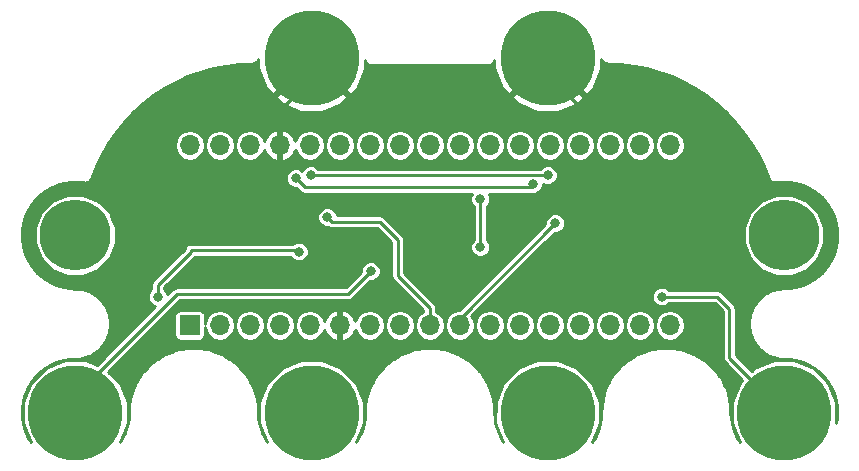
<source format=gbr>
G04 #@! TF.FileFunction,Copper,L2,Bot,Signal*
%FSLAX46Y46*%
G04 Gerber Fmt 4.6, Leading zero omitted, Abs format (unit mm)*
G04 Created by KiCad (PCBNEW 4.0.7-e2-6376~58~ubuntu16.04.1) date Fri Oct  5 04:37:02 2018*
%MOMM*%
%LPD*%
G01*
G04 APERTURE LIST*
%ADD10C,0.100000*%
%ADD11O,1.700000X1.700000*%
%ADD12R,1.700000X1.700000*%
%ADD13C,8.000000*%
%ADD14C,6.000000*%
%ADD15C,0.800000*%
%ADD16C,0.250000*%
%ADD17C,0.254000*%
G04 APERTURE END LIST*
D10*
D11*
X80680000Y-70380000D03*
X121320000Y-70380000D03*
X118780000Y-70380000D03*
X116240000Y-70380000D03*
X113700000Y-70380000D03*
X111160000Y-70380000D03*
X108620000Y-70380000D03*
X106080000Y-70380000D03*
X103540000Y-70380000D03*
X101000000Y-70380000D03*
X98460000Y-70380000D03*
X95920000Y-70380000D03*
X93380000Y-70380000D03*
X90840000Y-70380000D03*
X88300000Y-70380000D03*
X85760000Y-70380000D03*
X83220000Y-70380000D03*
D12*
X80680000Y-85620000D03*
D11*
X83220000Y-85620000D03*
X85760000Y-85620000D03*
X88300000Y-85620000D03*
X90840000Y-85620000D03*
X93380000Y-85620000D03*
X95920000Y-85620000D03*
X98460000Y-85620000D03*
X101000000Y-85620000D03*
X103540000Y-85620000D03*
X106080000Y-85620000D03*
X108620000Y-85620000D03*
X111160000Y-85620000D03*
X113700000Y-85620000D03*
X116240000Y-85620000D03*
X118780000Y-85620000D03*
X121320000Y-85620000D03*
D13*
X71000000Y-93000000D03*
X91000000Y-93000000D03*
X111000000Y-93000000D03*
X131000000Y-93000000D03*
X91000000Y-63000000D03*
X111000000Y-63000000D03*
D14*
X71000000Y-78000000D03*
X131000000Y-78000000D03*
D15*
X112268000Y-82931000D03*
X113919000Y-67310000D03*
X99949000Y-80391000D03*
X92329000Y-79248000D03*
X110998000Y-72898000D03*
X90932000Y-72898000D03*
X109728000Y-73660000D03*
X89662000Y-73152000D03*
X92329000Y-76454000D03*
X111633000Y-76962000D03*
X105283000Y-78994000D03*
X105283000Y-74930000D03*
X96012000Y-81026000D03*
X89916000Y-79375000D03*
X77978000Y-83185000D03*
X120650000Y-83185000D03*
D16*
X111000000Y-63000000D02*
X111000000Y-64391000D01*
X111000000Y-64391000D02*
X113919000Y-67310000D01*
X91000000Y-63000000D02*
X91000000Y-64702000D01*
X91000000Y-64702000D02*
X88300000Y-67402000D01*
X88300000Y-67402000D02*
X88300000Y-70380000D01*
X90932000Y-72898000D02*
X110998000Y-72898000D01*
X109474000Y-73914000D02*
X109728000Y-73660000D01*
X90424000Y-73914000D02*
X109474000Y-73914000D01*
X89662000Y-73152000D02*
X90424000Y-73914000D01*
X96139000Y-76835000D02*
X96774000Y-76835000D01*
X101000000Y-84109000D02*
X101000000Y-85620000D01*
X98298000Y-81407000D02*
X101000000Y-84109000D01*
X98298000Y-78359000D02*
X98298000Y-81407000D01*
X96774000Y-76835000D02*
X98298000Y-78359000D01*
X92710000Y-76835000D02*
X96139000Y-76835000D01*
X92329000Y-76454000D02*
X92710000Y-76835000D01*
X111633000Y-76962000D02*
X103540000Y-85055000D01*
X103540000Y-85055000D02*
X103540000Y-85620000D01*
X105283000Y-74930000D02*
X105283000Y-78994000D01*
X79629000Y-82931000D02*
X71000000Y-91560000D01*
X94107000Y-82931000D02*
X79629000Y-82931000D01*
X96012000Y-81026000D02*
X94107000Y-82931000D01*
X71000000Y-91560000D02*
X71000000Y-93000000D01*
X80772000Y-79248000D02*
X80772000Y-79375000D01*
X89916000Y-79375000D02*
X89789000Y-79248000D01*
X89789000Y-79248000D02*
X80772000Y-79248000D01*
X77978000Y-82169000D02*
X77978000Y-83185000D01*
X80772000Y-79375000D02*
X77978000Y-82169000D01*
X126365000Y-88365000D02*
X131000000Y-93000000D01*
X126365000Y-84201000D02*
X126365000Y-88365000D01*
X125349000Y-83185000D02*
X126365000Y-84201000D01*
X120650000Y-83185000D02*
X125349000Y-83185000D01*
D17*
G36*
X115535232Y-63068076D02*
X115546363Y-63138955D01*
X115557811Y-63157692D01*
X115563176Y-63178983D01*
X115605995Y-63236550D01*
X115643402Y-63297772D01*
X115661149Y-63310701D01*
X115674253Y-63328319D01*
X115735843Y-63365118D01*
X115793830Y-63407364D01*
X115815173Y-63412517D01*
X115834023Y-63423780D01*
X115905009Y-63434209D01*
X115974747Y-63451047D01*
X117143326Y-63498485D01*
X118272793Y-63633859D01*
X119378061Y-63854989D01*
X120455086Y-64158973D01*
X121499843Y-64542914D01*
X122508240Y-65003895D01*
X123476202Y-65539035D01*
X124399617Y-66145405D01*
X125274362Y-66820079D01*
X126096340Y-67560136D01*
X126861437Y-68362633D01*
X127565576Y-69224649D01*
X128204686Y-70143299D01*
X128774702Y-71115680D01*
X129271584Y-72138982D01*
X129698155Y-73227958D01*
X129722334Y-73265706D01*
X129738305Y-73307596D01*
X129772041Y-73343309D01*
X129798541Y-73384680D01*
X129835329Y-73410304D01*
X129866112Y-73442891D01*
X129910945Y-73462975D01*
X129951261Y-73491056D01*
X129995054Y-73500651D01*
X130035965Y-73518978D01*
X130085073Y-73520376D01*
X130133064Y-73530891D01*
X130177194Y-73522998D01*
X130222006Y-73524273D01*
X130270711Y-73516018D01*
X130319527Y-73508677D01*
X130368334Y-73501338D01*
X130417093Y-73494934D01*
X130466107Y-73488509D01*
X130510780Y-73483499D01*
X130559797Y-73478918D01*
X130559799Y-73478918D01*
X130609013Y-73474327D01*
X130658127Y-73470662D01*
X130658128Y-73470662D01*
X130707428Y-73466990D01*
X130756651Y-73464240D01*
X130756652Y-73464240D01*
X130810453Y-73461240D01*
X130855399Y-73458734D01*
X130899230Y-73457919D01*
X130949679Y-73457253D01*
X130988441Y-73457045D01*
X131461719Y-73480956D01*
X131910157Y-73549406D01*
X132342705Y-73660656D01*
X132757377Y-73812463D01*
X133152031Y-74002612D01*
X133524438Y-74228887D01*
X133872269Y-74489021D01*
X134193211Y-74780745D01*
X134484902Y-75101717D01*
X134745016Y-75449595D01*
X134971247Y-75822016D01*
X135161351Y-76216686D01*
X135313102Y-76631374D01*
X135424326Y-77063970D01*
X135492779Y-77512427D01*
X135516147Y-77974960D01*
X135492779Y-78437493D01*
X135424325Y-78885957D01*
X135313114Y-79318537D01*
X135161353Y-79733229D01*
X134971247Y-80127904D01*
X134745016Y-80500325D01*
X134484901Y-80848195D01*
X134193212Y-81169175D01*
X133872269Y-81460899D01*
X133524429Y-81721039D01*
X133152038Y-81947314D01*
X132757380Y-82137456D01*
X132342705Y-82289264D01*
X131910159Y-82400513D01*
X131461726Y-82468965D01*
X130998541Y-82492365D01*
X130997880Y-82492342D01*
X130997377Y-82492424D01*
X130984818Y-82493058D01*
X130979195Y-82491940D01*
X130964782Y-82494807D01*
X130950224Y-82492821D01*
X130697134Y-82508221D01*
X130673587Y-82514412D01*
X130649254Y-82513572D01*
X130403613Y-82553672D01*
X130380952Y-82562154D01*
X130356810Y-82563747D01*
X130119860Y-82627347D01*
X130098373Y-82637955D01*
X130074733Y-82641899D01*
X129847674Y-82727799D01*
X129827678Y-82740280D01*
X129804918Y-82746411D01*
X129588988Y-82853251D01*
X129570531Y-82867452D01*
X129548734Y-82875650D01*
X129345164Y-83002170D01*
X129328343Y-83017917D01*
X129307648Y-83028050D01*
X129117648Y-83172991D01*
X129102524Y-83190139D01*
X129083030Y-83202095D01*
X128907830Y-83364174D01*
X128894453Y-83382601D01*
X128876255Y-83396281D01*
X128717066Y-83574220D01*
X128705470Y-83593853D01*
X128688618Y-83609216D01*
X128546679Y-83801756D01*
X128536940Y-83822502D01*
X128521543Y-83839482D01*
X128398093Y-84045342D01*
X128390324Y-84067040D01*
X128376544Y-84085512D01*
X128272734Y-84303422D01*
X128267000Y-84326043D01*
X128254920Y-84346009D01*
X128172020Y-84574699D01*
X128168449Y-84598102D01*
X128158239Y-84619462D01*
X128097539Y-84857642D01*
X128096272Y-84881448D01*
X128088166Y-84903864D01*
X128050766Y-85150284D01*
X128051869Y-85174392D01*
X128045973Y-85197793D01*
X128033173Y-85451163D01*
X128036722Y-85475323D01*
X128033182Y-85499488D01*
X128046082Y-85752818D01*
X128051965Y-85776129D01*
X128050867Y-85800148D01*
X128088267Y-86046527D01*
X128096407Y-86069036D01*
X128097690Y-86092939D01*
X128158490Y-86331079D01*
X128168672Y-86352356D01*
X128172231Y-86375672D01*
X128255131Y-86604313D01*
X128267213Y-86624279D01*
X128272948Y-86646899D01*
X128376759Y-86864769D01*
X128390561Y-86883268D01*
X128398346Y-86904996D01*
X128521826Y-87110806D01*
X128537212Y-87127767D01*
X128546946Y-87148495D01*
X128688896Y-87340995D01*
X128705740Y-87356346D01*
X128717331Y-87375968D01*
X128876511Y-87553868D01*
X128894724Y-87567557D01*
X128908113Y-87585995D01*
X129083324Y-87748035D01*
X129102807Y-87759981D01*
X129117928Y-87777121D01*
X129307919Y-87922021D01*
X129328618Y-87932153D01*
X129345443Y-87947900D01*
X129549003Y-88074380D01*
X129570782Y-88082568D01*
X129589224Y-88096757D01*
X129805134Y-88203577D01*
X129827875Y-88209702D01*
X129847854Y-88222174D01*
X130074884Y-88308074D01*
X130098527Y-88312020D01*
X130120020Y-88322631D01*
X130356950Y-88386231D01*
X130381187Y-88387831D01*
X130403938Y-88396337D01*
X130649538Y-88436337D01*
X130673686Y-88435494D01*
X130697053Y-88441648D01*
X130950113Y-88457148D01*
X130964769Y-88455155D01*
X130979275Y-88458040D01*
X130984695Y-88456962D01*
X130995619Y-88457514D01*
X130996579Y-88457675D01*
X130997979Y-88457633D01*
X130998268Y-88457648D01*
X130998340Y-88457659D01*
X130998426Y-88457656D01*
X131460799Y-88481016D01*
X131909237Y-88549466D01*
X132341785Y-88660716D01*
X132756457Y-88812523D01*
X133151111Y-89002672D01*
X133523518Y-89228947D01*
X133871349Y-89489081D01*
X134192291Y-89780805D01*
X134483982Y-90101777D01*
X134744096Y-90449655D01*
X134970327Y-90822076D01*
X135160431Y-91216746D01*
X135312182Y-91631434D01*
X135423406Y-92064030D01*
X135491859Y-92512487D01*
X135515227Y-92975020D01*
X135491859Y-93437553D01*
X135426245Y-93867411D01*
X135427767Y-92123279D01*
X134755216Y-90495582D01*
X133510968Y-89249160D01*
X131884448Y-88573770D01*
X130123279Y-88572233D01*
X128495582Y-89244784D01*
X128260301Y-89479655D01*
X126917000Y-88136354D01*
X126917000Y-84201000D01*
X126884685Y-84038539D01*
X126874982Y-83989758D01*
X126755323Y-83810677D01*
X125739323Y-82794677D01*
X125560242Y-82675018D01*
X125349000Y-82633000D01*
X121267498Y-82633000D01*
X121119070Y-82484312D01*
X120815222Y-82358144D01*
X120486221Y-82357857D01*
X120182154Y-82483495D01*
X119949312Y-82715930D01*
X119823144Y-83019778D01*
X119822857Y-83348779D01*
X119948495Y-83652846D01*
X120180930Y-83885688D01*
X120484778Y-84011856D01*
X120813779Y-84012143D01*
X121117846Y-83886505D01*
X121267613Y-83737000D01*
X125120354Y-83737000D01*
X125813000Y-84429646D01*
X125813000Y-88365000D01*
X125855018Y-88576242D01*
X125974677Y-88755323D01*
X127478973Y-90259619D01*
X127249160Y-90489032D01*
X126573770Y-92115552D01*
X126572233Y-93876721D01*
X127238971Y-95490349D01*
X127023936Y-95140344D01*
X126832228Y-94747601D01*
X126678686Y-94334903D01*
X126565585Y-93904427D01*
X126495165Y-93457928D01*
X126468104Y-92973145D01*
X126467191Y-92969599D01*
X126469238Y-92955664D01*
X126443438Y-92444944D01*
X126437492Y-92421346D01*
X126438584Y-92397038D01*
X126362884Y-91901077D01*
X126354653Y-91878373D01*
X126353317Y-91854261D01*
X126230227Y-91375561D01*
X126219875Y-91354023D01*
X126216198Y-91330411D01*
X126048238Y-90871481D01*
X126035939Y-90851294D01*
X126030032Y-90828405D01*
X125819692Y-90391765D01*
X125805630Y-90373084D01*
X125797621Y-90351116D01*
X125547421Y-89939276D01*
X125531754Y-89922196D01*
X125521762Y-89901283D01*
X125234212Y-89516744D01*
X125217075Y-89501334D01*
X125205198Y-89481581D01*
X124882807Y-89126860D01*
X124864312Y-89113183D01*
X124850635Y-89094688D01*
X124495915Y-88772298D01*
X124476164Y-88760423D01*
X124460755Y-88743286D01*
X124076226Y-88455736D01*
X124055307Y-88445741D01*
X124038225Y-88430072D01*
X123626375Y-88179871D01*
X123604404Y-88171862D01*
X123585722Y-88157799D01*
X123149082Y-87947469D01*
X123126191Y-87941562D01*
X123106005Y-87929264D01*
X122647075Y-87761314D01*
X122623474Y-87757639D01*
X122601943Y-87747290D01*
X122123243Y-87624190D01*
X122099125Y-87622854D01*
X122076418Y-87614621D01*
X121580458Y-87538921D01*
X121556149Y-87540013D01*
X121532551Y-87534067D01*
X121021831Y-87508267D01*
X120997765Y-87511803D01*
X120973699Y-87508267D01*
X120462979Y-87534067D01*
X120439381Y-87540013D01*
X120415073Y-87538921D01*
X119919112Y-87614621D01*
X119896414Y-87622850D01*
X119872306Y-87624185D01*
X119393605Y-87747266D01*
X119372060Y-87757621D01*
X119348437Y-87761300D01*
X118889507Y-87929270D01*
X118869328Y-87941565D01*
X118846448Y-87947469D01*
X118409808Y-88157799D01*
X118391123Y-88171864D01*
X118369151Y-88179874D01*
X117957311Y-88430074D01*
X117940231Y-88445741D01*
X117919318Y-88455733D01*
X117534779Y-88743283D01*
X117519369Y-88760420D01*
X117499616Y-88772297D01*
X117144895Y-89094688D01*
X117131218Y-89113183D01*
X117112723Y-89126860D01*
X116790333Y-89481580D01*
X116778457Y-89501331D01*
X116761317Y-89516744D01*
X116473768Y-89901284D01*
X116463777Y-89922195D01*
X116448109Y-89939276D01*
X116197909Y-90351116D01*
X116189899Y-90373088D01*
X116175834Y-90391773D01*
X115965504Y-90828413D01*
X115959597Y-90851304D01*
X115947299Y-90871490D01*
X115779349Y-91330420D01*
X115775674Y-91354021D01*
X115765325Y-91375552D01*
X115642225Y-91854252D01*
X115640889Y-91878370D01*
X115632656Y-91901077D01*
X115556956Y-92397037D01*
X115558048Y-92421346D01*
X115552102Y-92444944D01*
X115526302Y-92955664D01*
X115528356Y-92969645D01*
X115527431Y-92973239D01*
X115526244Y-92994582D01*
X115526000Y-92996034D01*
X115526057Y-92997938D01*
X115500471Y-93457925D01*
X115429967Y-93904374D01*
X115316856Y-94334929D01*
X115163357Y-94747634D01*
X114971677Y-95140366D01*
X114765042Y-95476765D01*
X115426230Y-93884448D01*
X115427767Y-92123279D01*
X114755216Y-90495582D01*
X113510968Y-89249160D01*
X111884448Y-88573770D01*
X110123279Y-88572233D01*
X108495582Y-89244784D01*
X107249160Y-90489032D01*
X106573770Y-92115552D01*
X106572233Y-93876721D01*
X107239236Y-95490991D01*
X107023865Y-95140368D01*
X106832196Y-94747629D01*
X106678703Y-94334919D01*
X106565583Y-93904409D01*
X106495165Y-93457918D01*
X106468104Y-92973135D01*
X106467191Y-92969589D01*
X106469238Y-92955654D01*
X106443438Y-92444934D01*
X106437492Y-92421336D01*
X106438584Y-92397028D01*
X106362884Y-91901067D01*
X106354655Y-91878369D01*
X106353320Y-91854261D01*
X106230239Y-91375560D01*
X106219884Y-91354015D01*
X106216205Y-91330392D01*
X106048235Y-90871462D01*
X106035940Y-90851283D01*
X106030036Y-90828403D01*
X105819706Y-90391763D01*
X105805641Y-90373078D01*
X105797631Y-90351106D01*
X105547431Y-89939266D01*
X105531764Y-89922186D01*
X105521772Y-89901273D01*
X105234222Y-89516734D01*
X105217085Y-89501324D01*
X105205208Y-89481571D01*
X104882817Y-89126850D01*
X104864322Y-89113173D01*
X104850645Y-89094678D01*
X104495925Y-88772288D01*
X104476174Y-88760412D01*
X104460761Y-88743272D01*
X104076221Y-88455723D01*
X104055307Y-88445730D01*
X104038225Y-88430062D01*
X103626375Y-88179861D01*
X103604404Y-88171852D01*
X103585722Y-88157789D01*
X103149082Y-87947459D01*
X103126191Y-87941552D01*
X103106005Y-87929254D01*
X102647075Y-87761304D01*
X102623474Y-87757629D01*
X102601943Y-87747280D01*
X102123243Y-87624180D01*
X102099125Y-87622844D01*
X102076418Y-87614611D01*
X101580458Y-87538911D01*
X101556149Y-87540003D01*
X101532551Y-87534057D01*
X101021831Y-87508257D01*
X100997765Y-87511793D01*
X100973699Y-87508257D01*
X100462979Y-87534057D01*
X100439381Y-87540003D01*
X100415073Y-87538911D01*
X99919112Y-87614611D01*
X99896414Y-87622840D01*
X99872306Y-87624175D01*
X99393605Y-87747256D01*
X99372060Y-87757611D01*
X99348437Y-87761290D01*
X98889507Y-87929260D01*
X98869328Y-87941555D01*
X98846448Y-87947459D01*
X98409808Y-88157789D01*
X98391123Y-88171854D01*
X98369151Y-88179864D01*
X97957311Y-88430064D01*
X97940227Y-88445734D01*
X97919314Y-88455727D01*
X97534784Y-88743276D01*
X97519375Y-88760413D01*
X97499626Y-88772287D01*
X97144905Y-89094678D01*
X97131228Y-89113173D01*
X97112733Y-89126850D01*
X96790343Y-89481570D01*
X96778467Y-89501321D01*
X96761327Y-89516734D01*
X96473778Y-89901274D01*
X96463787Y-89922185D01*
X96448119Y-89939266D01*
X96197919Y-90351106D01*
X96189910Y-90373074D01*
X96175848Y-90391755D01*
X95965508Y-90828395D01*
X95959599Y-90851290D01*
X95947299Y-90871480D01*
X95779349Y-91330410D01*
X95775674Y-91354011D01*
X95765325Y-91375542D01*
X95642225Y-91854242D01*
X95640889Y-91878360D01*
X95632656Y-91901067D01*
X95556956Y-92397027D01*
X95558048Y-92421336D01*
X95552102Y-92444934D01*
X95526302Y-92955654D01*
X95528356Y-92969635D01*
X95527431Y-92973229D01*
X95526244Y-92994572D01*
X95526000Y-92996024D01*
X95526057Y-92997928D01*
X95500471Y-93457915D01*
X95429967Y-93904364D01*
X95316856Y-94334919D01*
X95163357Y-94747624D01*
X94971677Y-95140356D01*
X94765055Y-95476734D01*
X95426230Y-93884448D01*
X95427767Y-92123279D01*
X94755216Y-90495582D01*
X93510968Y-89249160D01*
X91884448Y-88573770D01*
X90123279Y-88572233D01*
X88495582Y-89244784D01*
X87249160Y-90489032D01*
X86573770Y-92115552D01*
X86572233Y-93876721D01*
X87239232Y-95490980D01*
X87023856Y-95140355D01*
X86832188Y-94747617D01*
X86678682Y-94334907D01*
X86565567Y-93904356D01*
X86495068Y-93457927D01*
X86469564Y-92998760D01*
X86469571Y-92998728D01*
X86469634Y-92996728D01*
X86469359Y-92995075D01*
X86468147Y-92973255D01*
X86467282Y-92969895D01*
X86469374Y-92955662D01*
X86443594Y-92444943D01*
X86437648Y-92421342D01*
X86438741Y-92397026D01*
X86363051Y-91901067D01*
X86354820Y-91878363D01*
X86353485Y-91854249D01*
X86230403Y-91375549D01*
X86220049Y-91354004D01*
X86216370Y-91330386D01*
X86048404Y-90871456D01*
X86036108Y-90851273D01*
X86030201Y-90828387D01*
X85819863Y-90391747D01*
X85805801Y-90373066D01*
X85797792Y-90351097D01*
X85547592Y-89939257D01*
X85531926Y-89922178D01*
X85521933Y-89901263D01*
X85234383Y-89516724D01*
X85217246Y-89501314D01*
X85205369Y-89481561D01*
X84882978Y-89126840D01*
X84864483Y-89113163D01*
X84850806Y-89094668D01*
X84496087Y-88772278D01*
X84476336Y-88760402D01*
X84460924Y-88743263D01*
X84076386Y-88455713D01*
X84055471Y-88445720D01*
X84038391Y-88430053D01*
X83626547Y-88179853D01*
X83604577Y-88171844D01*
X83585892Y-88157779D01*
X83149250Y-87947449D01*
X83126361Y-87941542D01*
X83106174Y-87929244D01*
X82647243Y-87761294D01*
X82623641Y-87757619D01*
X82602112Y-87747271D01*
X82123417Y-87624171D01*
X82099300Y-87622835D01*
X82076590Y-87614601D01*
X81580625Y-87538901D01*
X81556317Y-87539993D01*
X81532719Y-87534047D01*
X81022002Y-87508247D01*
X80997936Y-87511783D01*
X80973870Y-87508247D01*
X80463151Y-87534047D01*
X80439553Y-87539993D01*
X80415245Y-87538901D01*
X79919282Y-87614601D01*
X79896584Y-87622830D01*
X79872475Y-87624165D01*
X79393774Y-87747246D01*
X79372227Y-87757602D01*
X79348605Y-87761281D01*
X78889679Y-87929251D01*
X78869501Y-87941545D01*
X78846622Y-87947449D01*
X78409981Y-88157779D01*
X78391297Y-88171843D01*
X78369324Y-88179853D01*
X77957481Y-88430053D01*
X77940401Y-88445720D01*
X77919486Y-88455713D01*
X77534948Y-88743263D01*
X77519536Y-88760402D01*
X77499785Y-88772278D01*
X77145066Y-89094668D01*
X77131389Y-89113163D01*
X77112894Y-89126840D01*
X76790504Y-89481560D01*
X76778628Y-89501311D01*
X76761488Y-89516724D01*
X76473939Y-89901264D01*
X76463948Y-89922175D01*
X76448280Y-89939256D01*
X76198081Y-90351097D01*
X76190073Y-90373064D01*
X76176009Y-90391747D01*
X75965671Y-90828387D01*
X75959765Y-90851271D01*
X75947468Y-90871454D01*
X75779500Y-91330384D01*
X75775821Y-91354006D01*
X75765467Y-91375550D01*
X75642387Y-91854250D01*
X75641052Y-91878363D01*
X75632821Y-91901067D01*
X75557131Y-92397027D01*
X75558223Y-92421342D01*
X75552278Y-92444943D01*
X75526498Y-92955663D01*
X75528589Y-92969892D01*
X75527726Y-92973246D01*
X75526364Y-92997760D01*
X75526299Y-92998157D01*
X75526315Y-92998632D01*
X75500796Y-93457905D01*
X75430278Y-93904327D01*
X75317140Y-94334882D01*
X75163610Y-94747583D01*
X74971905Y-95140312D01*
X74764712Y-95477560D01*
X75426230Y-93884448D01*
X75427767Y-92123279D01*
X74755216Y-90495582D01*
X73800974Y-89539672D01*
X78570646Y-84770000D01*
X79394635Y-84770000D01*
X79394635Y-86470000D01*
X79424409Y-86628237D01*
X79517927Y-86773567D01*
X79660619Y-86871064D01*
X79830000Y-86905365D01*
X81530000Y-86905365D01*
X81688237Y-86875591D01*
X81833567Y-86782073D01*
X81931064Y-86639381D01*
X81965365Y-86470000D01*
X81965365Y-85757454D01*
X82040206Y-86133705D01*
X82317025Y-86547993D01*
X82731313Y-86824812D01*
X83220000Y-86922018D01*
X83708687Y-86824812D01*
X84122975Y-86547993D01*
X84399794Y-86133705D01*
X84490000Y-85680209D01*
X84580206Y-86133705D01*
X84857025Y-86547993D01*
X85271313Y-86824812D01*
X85760000Y-86922018D01*
X86248687Y-86824812D01*
X86662975Y-86547993D01*
X86939794Y-86133705D01*
X87030000Y-85680209D01*
X87120206Y-86133705D01*
X87397025Y-86547993D01*
X87811313Y-86824812D01*
X88300000Y-86922018D01*
X88788687Y-86824812D01*
X89202975Y-86547993D01*
X89479794Y-86133705D01*
X89570000Y-85680209D01*
X89660206Y-86133705D01*
X89937025Y-86547993D01*
X90351313Y-86824812D01*
X90840000Y-86922018D01*
X91328687Y-86824812D01*
X91742975Y-86547993D01*
X92019794Y-86133705D01*
X92051787Y-85972863D01*
X92277267Y-86444704D01*
X92676808Y-86803925D01*
X93040071Y-86954383D01*
X93253000Y-86858757D01*
X93253000Y-85747000D01*
X93233000Y-85747000D01*
X93233000Y-85493000D01*
X93253000Y-85493000D01*
X93253000Y-84381243D01*
X93040071Y-84285617D01*
X92676808Y-84436075D01*
X92277267Y-84795296D01*
X92051787Y-85267137D01*
X92019794Y-85106295D01*
X91742975Y-84692007D01*
X91328687Y-84415188D01*
X90840000Y-84317982D01*
X90351313Y-84415188D01*
X89937025Y-84692007D01*
X89660206Y-85106295D01*
X89570000Y-85559791D01*
X89479794Y-85106295D01*
X89202975Y-84692007D01*
X88788687Y-84415188D01*
X88300000Y-84317982D01*
X87811313Y-84415188D01*
X87397025Y-84692007D01*
X87120206Y-85106295D01*
X87030000Y-85559791D01*
X86939794Y-85106295D01*
X86662975Y-84692007D01*
X86248687Y-84415188D01*
X85760000Y-84317982D01*
X85271313Y-84415188D01*
X84857025Y-84692007D01*
X84580206Y-85106295D01*
X84490000Y-85559791D01*
X84399794Y-85106295D01*
X84122975Y-84692007D01*
X83708687Y-84415188D01*
X83220000Y-84317982D01*
X82731313Y-84415188D01*
X82317025Y-84692007D01*
X82040206Y-85106295D01*
X81965365Y-85482546D01*
X81965365Y-84770000D01*
X81935591Y-84611763D01*
X81842073Y-84466433D01*
X81699381Y-84368936D01*
X81530000Y-84334635D01*
X79830000Y-84334635D01*
X79671763Y-84364409D01*
X79526433Y-84457927D01*
X79428936Y-84600619D01*
X79394635Y-84770000D01*
X78570646Y-84770000D01*
X79857646Y-83483000D01*
X94107000Y-83483000D01*
X94318242Y-83440982D01*
X94497323Y-83321323D01*
X95965686Y-81852960D01*
X96175779Y-81853143D01*
X96479846Y-81727505D01*
X96712688Y-81495070D01*
X96838856Y-81191222D01*
X96839143Y-80862221D01*
X96713505Y-80558154D01*
X96481070Y-80325312D01*
X96177222Y-80199144D01*
X95848221Y-80198857D01*
X95544154Y-80324495D01*
X95311312Y-80556930D01*
X95185144Y-80860778D01*
X95184959Y-81072395D01*
X93878354Y-82379000D01*
X79629000Y-82379000D01*
X79417758Y-82421018D01*
X79238677Y-82540677D01*
X78791398Y-82987956D01*
X78679505Y-82717154D01*
X78530000Y-82567387D01*
X78530000Y-82397646D01*
X81127646Y-79800000D01*
X89196791Y-79800000D01*
X89214495Y-79842846D01*
X89446930Y-80075688D01*
X89750778Y-80201856D01*
X90079779Y-80202143D01*
X90383846Y-80076505D01*
X90616688Y-79844070D01*
X90742856Y-79540222D01*
X90743143Y-79211221D01*
X90617505Y-78907154D01*
X90385070Y-78674312D01*
X90081222Y-78548144D01*
X89752221Y-78547857D01*
X89448154Y-78673495D01*
X89425610Y-78696000D01*
X80772000Y-78696000D01*
X80560759Y-78738018D01*
X80381677Y-78857677D01*
X80262018Y-79036759D01*
X80245239Y-79121115D01*
X77587677Y-81778677D01*
X77468018Y-81957758D01*
X77442676Y-82085163D01*
X77426000Y-82169000D01*
X77426000Y-82567502D01*
X77277312Y-82715930D01*
X77151144Y-83019778D01*
X77150857Y-83348779D01*
X77276495Y-83652846D01*
X77508930Y-83885688D01*
X77780783Y-83998571D01*
X72817957Y-88961397D01*
X71884448Y-88573770D01*
X70123279Y-88572233D01*
X68495582Y-89244784D01*
X67249160Y-90489032D01*
X66573770Y-92115552D01*
X66572233Y-93876721D01*
X67224710Y-95455834D01*
X67025522Y-95127927D01*
X66835415Y-94733255D01*
X66683653Y-94318568D01*
X66572438Y-93885992D01*
X66504003Y-93437541D01*
X66480653Y-92974983D01*
X66503892Y-92514305D01*
X66571871Y-92067194D01*
X66682332Y-91635551D01*
X66833076Y-91221382D01*
X67021925Y-90826885D01*
X67246679Y-90454333D01*
X67505131Y-90106022D01*
X67794990Y-89784340D01*
X68113943Y-89491649D01*
X68459676Y-89230284D01*
X68829854Y-89002557D01*
X69222197Y-88810725D01*
X69634508Y-88656999D01*
X70064681Y-88543590D01*
X70510726Y-88472731D01*
X70994996Y-88445392D01*
X70995415Y-88445284D01*
X70997224Y-88445550D01*
X71252231Y-88432750D01*
X71275906Y-88426793D01*
X71300294Y-88427888D01*
X71547934Y-88390088D01*
X71570669Y-88381845D01*
X71594819Y-88380504D01*
X71833841Y-88319004D01*
X71855372Y-88308651D01*
X71878979Y-88304972D01*
X72108133Y-88221072D01*
X72128275Y-88208797D01*
X72151116Y-88202904D01*
X72369149Y-88097894D01*
X72387832Y-88083833D01*
X72409800Y-88075826D01*
X72615445Y-87950916D01*
X72632526Y-87935251D01*
X72653438Y-87925261D01*
X72845454Y-87781701D01*
X72860863Y-87764567D01*
X72880617Y-87752693D01*
X73057752Y-87591732D01*
X73071430Y-87573240D01*
X73089922Y-87559568D01*
X73250917Y-87382468D01*
X73262793Y-87362720D01*
X73279932Y-87347313D01*
X73423533Y-87155323D01*
X73433529Y-87134409D01*
X73449200Y-87117328D01*
X73574154Y-86911698D01*
X73582161Y-86889741D01*
X73596220Y-86871071D01*
X73701277Y-86653070D01*
X73707186Y-86630191D01*
X73719484Y-86610013D01*
X73803394Y-86380873D01*
X73807077Y-86357257D01*
X73817434Y-86335716D01*
X73878934Y-86096705D01*
X73880274Y-86072593D01*
X73888509Y-86049890D01*
X73926349Y-85802251D01*
X73925261Y-85777937D01*
X73931211Y-85754337D01*
X73944131Y-85499337D01*
X73940594Y-85475239D01*
X73944135Y-85451141D01*
X73931255Y-85196101D01*
X73925312Y-85172514D01*
X73926405Y-85148214D01*
X73888615Y-84900534D01*
X73880383Y-84877825D01*
X73879048Y-84853705D01*
X73817588Y-84614656D01*
X73807231Y-84593106D01*
X73803552Y-84569484D01*
X73719672Y-84340304D01*
X73707377Y-84320124D01*
X73701472Y-84297242D01*
X73596436Y-84079192D01*
X73582374Y-84060510D01*
X73574364Y-84038539D01*
X73449418Y-83832869D01*
X73433750Y-83815788D01*
X73423757Y-83794873D01*
X73280161Y-83602843D01*
X73263022Y-83587431D01*
X73251146Y-83567680D01*
X73090151Y-83390540D01*
X73071655Y-83376862D01*
X73057976Y-83358365D01*
X72880828Y-83197365D01*
X72861078Y-83185490D01*
X72845668Y-83168353D01*
X72653646Y-83024763D01*
X72632718Y-83014763D01*
X72615625Y-82999087D01*
X72409951Y-82874157D01*
X72388010Y-82866160D01*
X72369351Y-82852113D01*
X72151307Y-82747063D01*
X72128426Y-82741157D01*
X72108248Y-82728861D01*
X71879061Y-82644961D01*
X71855462Y-82641284D01*
X71833933Y-82630933D01*
X71594888Y-82569433D01*
X71570740Y-82568092D01*
X71548005Y-82559850D01*
X71300330Y-82522050D01*
X71276038Y-82523141D01*
X71252460Y-82517199D01*
X70997418Y-82504299D01*
X70995558Y-82504572D01*
X70995101Y-82504454D01*
X70510793Y-82477017D01*
X70064697Y-82406151D01*
X69634531Y-82292741D01*
X69222219Y-82139007D01*
X68829877Y-81947174D01*
X68459695Y-81719442D01*
X68113965Y-81458078D01*
X67795014Y-81165397D01*
X67505162Y-80843720D01*
X67246716Y-80495415D01*
X67021952Y-80122847D01*
X66833109Y-79728372D01*
X66682358Y-79314201D01*
X66571895Y-78882552D01*
X66540895Y-78678682D01*
X67572406Y-78678682D01*
X68093037Y-79938704D01*
X69056226Y-80903575D01*
X70315337Y-81426404D01*
X71678682Y-81427594D01*
X72938704Y-80906963D01*
X73903575Y-79943774D01*
X74426404Y-78684663D01*
X74427594Y-77321318D01*
X74136898Y-76617779D01*
X91501857Y-76617779D01*
X91627495Y-76921846D01*
X91859930Y-77154688D01*
X92163778Y-77280856D01*
X92403100Y-77281065D01*
X92498759Y-77344982D01*
X92710000Y-77387000D01*
X96545354Y-77387000D01*
X97746000Y-78587646D01*
X97746000Y-81407000D01*
X97788018Y-81618242D01*
X97907677Y-81797323D01*
X100448000Y-84337646D01*
X100448000Y-84457492D01*
X100097025Y-84692007D01*
X99820206Y-85106295D01*
X99730000Y-85559791D01*
X99639794Y-85106295D01*
X99362975Y-84692007D01*
X98948687Y-84415188D01*
X98460000Y-84317982D01*
X97971313Y-84415188D01*
X97557025Y-84692007D01*
X97280206Y-85106295D01*
X97190000Y-85559791D01*
X97099794Y-85106295D01*
X96822975Y-84692007D01*
X96408687Y-84415188D01*
X95920000Y-84317982D01*
X95431313Y-84415188D01*
X95017025Y-84692007D01*
X94740206Y-85106295D01*
X94708213Y-85267137D01*
X94482733Y-84795296D01*
X94083192Y-84436075D01*
X93719929Y-84285617D01*
X93507000Y-84381243D01*
X93507000Y-85493000D01*
X93527000Y-85493000D01*
X93527000Y-85747000D01*
X93507000Y-85747000D01*
X93507000Y-86858757D01*
X93719929Y-86954383D01*
X94083192Y-86803925D01*
X94482733Y-86444704D01*
X94708213Y-85972863D01*
X94740206Y-86133705D01*
X95017025Y-86547993D01*
X95431313Y-86824812D01*
X95920000Y-86922018D01*
X96408687Y-86824812D01*
X96822975Y-86547993D01*
X97099794Y-86133705D01*
X97190000Y-85680209D01*
X97280206Y-86133705D01*
X97557025Y-86547993D01*
X97971313Y-86824812D01*
X98460000Y-86922018D01*
X98948687Y-86824812D01*
X99362975Y-86547993D01*
X99639794Y-86133705D01*
X99730000Y-85680209D01*
X99820206Y-86133705D01*
X100097025Y-86547993D01*
X100511313Y-86824812D01*
X101000000Y-86922018D01*
X101488687Y-86824812D01*
X101902975Y-86547993D01*
X102179794Y-86133705D01*
X102270000Y-85680209D01*
X102360206Y-86133705D01*
X102637025Y-86547993D01*
X103051313Y-86824812D01*
X103540000Y-86922018D01*
X104028687Y-86824812D01*
X104442975Y-86547993D01*
X104719794Y-86133705D01*
X104810000Y-85680209D01*
X104900206Y-86133705D01*
X105177025Y-86547993D01*
X105591313Y-86824812D01*
X106080000Y-86922018D01*
X106568687Y-86824812D01*
X106982975Y-86547993D01*
X107259794Y-86133705D01*
X107350000Y-85680209D01*
X107440206Y-86133705D01*
X107717025Y-86547993D01*
X108131313Y-86824812D01*
X108620000Y-86922018D01*
X109108687Y-86824812D01*
X109522975Y-86547993D01*
X109799794Y-86133705D01*
X109890000Y-85680209D01*
X109980206Y-86133705D01*
X110257025Y-86547993D01*
X110671313Y-86824812D01*
X111160000Y-86922018D01*
X111648687Y-86824812D01*
X112062975Y-86547993D01*
X112339794Y-86133705D01*
X112430000Y-85680209D01*
X112520206Y-86133705D01*
X112797025Y-86547993D01*
X113211313Y-86824812D01*
X113700000Y-86922018D01*
X114188687Y-86824812D01*
X114602975Y-86547993D01*
X114879794Y-86133705D01*
X114970000Y-85680209D01*
X115060206Y-86133705D01*
X115337025Y-86547993D01*
X115751313Y-86824812D01*
X116240000Y-86922018D01*
X116728687Y-86824812D01*
X117142975Y-86547993D01*
X117419794Y-86133705D01*
X117510000Y-85680209D01*
X117600206Y-86133705D01*
X117877025Y-86547993D01*
X118291313Y-86824812D01*
X118780000Y-86922018D01*
X119268687Y-86824812D01*
X119682975Y-86547993D01*
X119959794Y-86133705D01*
X120050000Y-85680209D01*
X120140206Y-86133705D01*
X120417025Y-86547993D01*
X120831313Y-86824812D01*
X121320000Y-86922018D01*
X121808687Y-86824812D01*
X122222975Y-86547993D01*
X122499794Y-86133705D01*
X122597000Y-85645018D01*
X122597000Y-85594982D01*
X122499794Y-85106295D01*
X122222975Y-84692007D01*
X121808687Y-84415188D01*
X121320000Y-84317982D01*
X120831313Y-84415188D01*
X120417025Y-84692007D01*
X120140206Y-85106295D01*
X120050000Y-85559791D01*
X119959794Y-85106295D01*
X119682975Y-84692007D01*
X119268687Y-84415188D01*
X118780000Y-84317982D01*
X118291313Y-84415188D01*
X117877025Y-84692007D01*
X117600206Y-85106295D01*
X117510000Y-85559791D01*
X117419794Y-85106295D01*
X117142975Y-84692007D01*
X116728687Y-84415188D01*
X116240000Y-84317982D01*
X115751313Y-84415188D01*
X115337025Y-84692007D01*
X115060206Y-85106295D01*
X114970000Y-85559791D01*
X114879794Y-85106295D01*
X114602975Y-84692007D01*
X114188687Y-84415188D01*
X113700000Y-84317982D01*
X113211313Y-84415188D01*
X112797025Y-84692007D01*
X112520206Y-85106295D01*
X112430000Y-85559791D01*
X112339794Y-85106295D01*
X112062975Y-84692007D01*
X111648687Y-84415188D01*
X111160000Y-84317982D01*
X110671313Y-84415188D01*
X110257025Y-84692007D01*
X109980206Y-85106295D01*
X109890000Y-85559791D01*
X109799794Y-85106295D01*
X109522975Y-84692007D01*
X109108687Y-84415188D01*
X108620000Y-84317982D01*
X108131313Y-84415188D01*
X107717025Y-84692007D01*
X107440206Y-85106295D01*
X107350000Y-85559791D01*
X107259794Y-85106295D01*
X106982975Y-84692007D01*
X106568687Y-84415188D01*
X106080000Y-84317982D01*
X105591313Y-84415188D01*
X105177025Y-84692007D01*
X104900206Y-85106295D01*
X104810000Y-85559791D01*
X104719794Y-85106295D01*
X104539372Y-84836274D01*
X110696964Y-78678682D01*
X127572406Y-78678682D01*
X128093037Y-79938704D01*
X129056226Y-80903575D01*
X130315337Y-81426404D01*
X131678682Y-81427594D01*
X132938704Y-80906963D01*
X133903575Y-79943774D01*
X134426404Y-78684663D01*
X134427594Y-77321318D01*
X133906963Y-76061296D01*
X132943774Y-75096425D01*
X131684663Y-74573596D01*
X130321318Y-74572406D01*
X129061296Y-75093037D01*
X128096425Y-76056226D01*
X127573596Y-77315337D01*
X127572406Y-78678682D01*
X110696964Y-78678682D01*
X111586686Y-77788960D01*
X111796779Y-77789143D01*
X112100846Y-77663505D01*
X112333688Y-77431070D01*
X112459856Y-77127222D01*
X112460143Y-76798221D01*
X112334505Y-76494154D01*
X112102070Y-76261312D01*
X111798222Y-76135144D01*
X111469221Y-76134857D01*
X111165154Y-76260495D01*
X110932312Y-76492930D01*
X110806144Y-76796778D01*
X110805959Y-77008395D01*
X103485539Y-84328815D01*
X103051313Y-84415188D01*
X102637025Y-84692007D01*
X102360206Y-85106295D01*
X102270000Y-85559791D01*
X102179794Y-85106295D01*
X101902975Y-84692007D01*
X101552000Y-84457492D01*
X101552000Y-84109000D01*
X101524613Y-83971315D01*
X101509982Y-83897758D01*
X101390323Y-83718677D01*
X98850000Y-81178354D01*
X98850000Y-78359000D01*
X98807982Y-78147759D01*
X98688323Y-77968677D01*
X97164323Y-76444677D01*
X96985242Y-76325018D01*
X96774000Y-76283000D01*
X93153159Y-76283000D01*
X93030505Y-75986154D01*
X92798070Y-75753312D01*
X92494222Y-75627144D01*
X92165221Y-75626857D01*
X91861154Y-75752495D01*
X91628312Y-75984930D01*
X91502144Y-76288778D01*
X91501857Y-76617779D01*
X74136898Y-76617779D01*
X73906963Y-76061296D01*
X72943774Y-75096425D01*
X71684663Y-74573596D01*
X70321318Y-74572406D01*
X69061296Y-75093037D01*
X68096425Y-76056226D01*
X67573596Y-77315337D01*
X67572406Y-78678682D01*
X66540895Y-78678682D01*
X66503906Y-78435437D01*
X66480658Y-77974758D01*
X66504008Y-77512209D01*
X66572442Y-77063761D01*
X66683661Y-76631176D01*
X66835422Y-76216490D01*
X67025530Y-75821816D01*
X67251763Y-75449389D01*
X67511865Y-75101531D01*
X67803562Y-74780554D01*
X68124501Y-74488831D01*
X68472342Y-74228686D01*
X68844742Y-74002425D01*
X69239395Y-73812274D01*
X69654073Y-73660466D01*
X70086626Y-73549205D01*
X70535053Y-73480755D01*
X71006861Y-73456919D01*
X71043911Y-73457348D01*
X71091359Y-73458234D01*
X71140398Y-73460067D01*
X71140401Y-73460067D01*
X71193897Y-73462066D01*
X71193901Y-73462067D01*
X71238472Y-73463734D01*
X71278584Y-73466737D01*
X71327519Y-73471321D01*
X71327520Y-73471321D01*
X71380781Y-73476314D01*
X71380783Y-73476315D01*
X71429639Y-73480898D01*
X71478396Y-73486396D01*
X71478397Y-73486396D01*
X71527052Y-73491888D01*
X71575634Y-73498292D01*
X71575635Y-73498292D01*
X71624272Y-73504717D01*
X71668434Y-73511385D01*
X71716897Y-73519636D01*
X71716899Y-73519636D01*
X71769544Y-73528613D01*
X71814566Y-73527377D01*
X71858901Y-73535312D01*
X71906688Y-73524847D01*
X71955590Y-73523504D01*
X71996713Y-73505132D01*
X72040709Y-73495497D01*
X72080852Y-73467542D01*
X72125519Y-73447587D01*
X72156482Y-73414875D01*
X72193441Y-73389138D01*
X72219830Y-73347951D01*
X72250281Y-73315779D01*
X88834857Y-73315779D01*
X88960495Y-73619846D01*
X89192930Y-73852688D01*
X89496778Y-73978856D01*
X89708395Y-73979041D01*
X90033677Y-74304323D01*
X90212758Y-74423982D01*
X90424000Y-74466000D01*
X104580207Y-74466000D01*
X104456144Y-74764778D01*
X104455857Y-75093779D01*
X104581495Y-75397846D01*
X104731000Y-75547613D01*
X104731000Y-78376502D01*
X104582312Y-78524930D01*
X104456144Y-78828778D01*
X104455857Y-79157779D01*
X104581495Y-79461846D01*
X104813930Y-79694688D01*
X105117778Y-79820856D01*
X105446779Y-79821143D01*
X105750846Y-79695505D01*
X105983688Y-79463070D01*
X106109856Y-79159222D01*
X106110143Y-78830221D01*
X105984505Y-78526154D01*
X105835000Y-78376387D01*
X105835000Y-75547498D01*
X105983688Y-75399070D01*
X106109856Y-75095222D01*
X106110143Y-74766221D01*
X105986094Y-74466000D01*
X109474000Y-74466000D01*
X109500065Y-74460815D01*
X109562778Y-74486856D01*
X109891779Y-74487143D01*
X110195846Y-74361505D01*
X110428688Y-74129070D01*
X110554856Y-73825222D01*
X110555044Y-73609531D01*
X110832778Y-73724856D01*
X111161779Y-73725143D01*
X111465846Y-73599505D01*
X111698688Y-73367070D01*
X111824856Y-73063222D01*
X111825143Y-72734221D01*
X111699505Y-72430154D01*
X111467070Y-72197312D01*
X111163222Y-72071144D01*
X110834221Y-72070857D01*
X110530154Y-72196495D01*
X110380387Y-72346000D01*
X91549498Y-72346000D01*
X91401070Y-72197312D01*
X91097222Y-72071144D01*
X90768221Y-72070857D01*
X90464154Y-72196495D01*
X90231312Y-72428930D01*
X90195301Y-72515655D01*
X90131070Y-72451312D01*
X89827222Y-72325144D01*
X89498221Y-72324857D01*
X89194154Y-72450495D01*
X88961312Y-72682930D01*
X88835144Y-72986778D01*
X88834857Y-73315779D01*
X72250281Y-73315779D01*
X72253461Y-73312420D01*
X72269549Y-73270348D01*
X72293845Y-73232427D01*
X72720512Y-72143568D01*
X73217467Y-71120397D01*
X73666260Y-70354982D01*
X79403000Y-70354982D01*
X79403000Y-70405018D01*
X79500206Y-70893705D01*
X79777025Y-71307993D01*
X80191313Y-71584812D01*
X80680000Y-71682018D01*
X81168687Y-71584812D01*
X81582975Y-71307993D01*
X81859794Y-70893705D01*
X81950000Y-70440209D01*
X82040206Y-70893705D01*
X82317025Y-71307993D01*
X82731313Y-71584812D01*
X83220000Y-71682018D01*
X83708687Y-71584812D01*
X84122975Y-71307993D01*
X84399794Y-70893705D01*
X84490000Y-70440209D01*
X84580206Y-70893705D01*
X84857025Y-71307993D01*
X85271313Y-71584812D01*
X85760000Y-71682018D01*
X86248687Y-71584812D01*
X86662975Y-71307993D01*
X86939794Y-70893705D01*
X86971787Y-70732863D01*
X87197267Y-71204704D01*
X87596808Y-71563925D01*
X87960071Y-71714383D01*
X88173000Y-71618757D01*
X88173000Y-70507000D01*
X88153000Y-70507000D01*
X88153000Y-70253000D01*
X88173000Y-70253000D01*
X88173000Y-69141243D01*
X88427000Y-69141243D01*
X88427000Y-70253000D01*
X88447000Y-70253000D01*
X88447000Y-70507000D01*
X88427000Y-70507000D01*
X88427000Y-71618757D01*
X88639929Y-71714383D01*
X89003192Y-71563925D01*
X89402733Y-71204704D01*
X89628213Y-70732863D01*
X89660206Y-70893705D01*
X89937025Y-71307993D01*
X90351313Y-71584812D01*
X90840000Y-71682018D01*
X91328687Y-71584812D01*
X91742975Y-71307993D01*
X92019794Y-70893705D01*
X92110000Y-70440209D01*
X92200206Y-70893705D01*
X92477025Y-71307993D01*
X92891313Y-71584812D01*
X93380000Y-71682018D01*
X93868687Y-71584812D01*
X94282975Y-71307993D01*
X94559794Y-70893705D01*
X94650000Y-70440209D01*
X94740206Y-70893705D01*
X95017025Y-71307993D01*
X95431313Y-71584812D01*
X95920000Y-71682018D01*
X96408687Y-71584812D01*
X96822975Y-71307993D01*
X97099794Y-70893705D01*
X97190000Y-70440209D01*
X97280206Y-70893705D01*
X97557025Y-71307993D01*
X97971313Y-71584812D01*
X98460000Y-71682018D01*
X98948687Y-71584812D01*
X99362975Y-71307993D01*
X99639794Y-70893705D01*
X99730000Y-70440209D01*
X99820206Y-70893705D01*
X100097025Y-71307993D01*
X100511313Y-71584812D01*
X101000000Y-71682018D01*
X101488687Y-71584812D01*
X101902975Y-71307993D01*
X102179794Y-70893705D01*
X102270000Y-70440209D01*
X102360206Y-70893705D01*
X102637025Y-71307993D01*
X103051313Y-71584812D01*
X103540000Y-71682018D01*
X104028687Y-71584812D01*
X104442975Y-71307993D01*
X104719794Y-70893705D01*
X104810000Y-70440209D01*
X104900206Y-70893705D01*
X105177025Y-71307993D01*
X105591313Y-71584812D01*
X106080000Y-71682018D01*
X106568687Y-71584812D01*
X106982975Y-71307993D01*
X107259794Y-70893705D01*
X107350000Y-70440209D01*
X107440206Y-70893705D01*
X107717025Y-71307993D01*
X108131313Y-71584812D01*
X108620000Y-71682018D01*
X109108687Y-71584812D01*
X109522975Y-71307993D01*
X109799794Y-70893705D01*
X109890000Y-70440209D01*
X109980206Y-70893705D01*
X110257025Y-71307993D01*
X110671313Y-71584812D01*
X111160000Y-71682018D01*
X111648687Y-71584812D01*
X112062975Y-71307993D01*
X112339794Y-70893705D01*
X112430000Y-70440209D01*
X112520206Y-70893705D01*
X112797025Y-71307993D01*
X113211313Y-71584812D01*
X113700000Y-71682018D01*
X114188687Y-71584812D01*
X114602975Y-71307993D01*
X114879794Y-70893705D01*
X114970000Y-70440209D01*
X115060206Y-70893705D01*
X115337025Y-71307993D01*
X115751313Y-71584812D01*
X116240000Y-71682018D01*
X116728687Y-71584812D01*
X117142975Y-71307993D01*
X117419794Y-70893705D01*
X117510000Y-70440209D01*
X117600206Y-70893705D01*
X117877025Y-71307993D01*
X118291313Y-71584812D01*
X118780000Y-71682018D01*
X119268687Y-71584812D01*
X119682975Y-71307993D01*
X119959794Y-70893705D01*
X120050000Y-70440209D01*
X120140206Y-70893705D01*
X120417025Y-71307993D01*
X120831313Y-71584812D01*
X121320000Y-71682018D01*
X121808687Y-71584812D01*
X122222975Y-71307993D01*
X122499794Y-70893705D01*
X122597000Y-70405018D01*
X122597000Y-70354982D01*
X122499794Y-69866295D01*
X122222975Y-69452007D01*
X121808687Y-69175188D01*
X121320000Y-69077982D01*
X120831313Y-69175188D01*
X120417025Y-69452007D01*
X120140206Y-69866295D01*
X120050000Y-70319791D01*
X119959794Y-69866295D01*
X119682975Y-69452007D01*
X119268687Y-69175188D01*
X118780000Y-69077982D01*
X118291313Y-69175188D01*
X117877025Y-69452007D01*
X117600206Y-69866295D01*
X117510000Y-70319791D01*
X117419794Y-69866295D01*
X117142975Y-69452007D01*
X116728687Y-69175188D01*
X116240000Y-69077982D01*
X115751313Y-69175188D01*
X115337025Y-69452007D01*
X115060206Y-69866295D01*
X114970000Y-70319791D01*
X114879794Y-69866295D01*
X114602975Y-69452007D01*
X114188687Y-69175188D01*
X113700000Y-69077982D01*
X113211313Y-69175188D01*
X112797025Y-69452007D01*
X112520206Y-69866295D01*
X112430000Y-70319791D01*
X112339794Y-69866295D01*
X112062975Y-69452007D01*
X111648687Y-69175188D01*
X111160000Y-69077982D01*
X110671313Y-69175188D01*
X110257025Y-69452007D01*
X109980206Y-69866295D01*
X109890000Y-70319791D01*
X109799794Y-69866295D01*
X109522975Y-69452007D01*
X109108687Y-69175188D01*
X108620000Y-69077982D01*
X108131313Y-69175188D01*
X107717025Y-69452007D01*
X107440206Y-69866295D01*
X107350000Y-70319791D01*
X107259794Y-69866295D01*
X106982975Y-69452007D01*
X106568687Y-69175188D01*
X106080000Y-69077982D01*
X105591313Y-69175188D01*
X105177025Y-69452007D01*
X104900206Y-69866295D01*
X104810000Y-70319791D01*
X104719794Y-69866295D01*
X104442975Y-69452007D01*
X104028687Y-69175188D01*
X103540000Y-69077982D01*
X103051313Y-69175188D01*
X102637025Y-69452007D01*
X102360206Y-69866295D01*
X102270000Y-70319791D01*
X102179794Y-69866295D01*
X101902975Y-69452007D01*
X101488687Y-69175188D01*
X101000000Y-69077982D01*
X100511313Y-69175188D01*
X100097025Y-69452007D01*
X99820206Y-69866295D01*
X99730000Y-70319791D01*
X99639794Y-69866295D01*
X99362975Y-69452007D01*
X98948687Y-69175188D01*
X98460000Y-69077982D01*
X97971313Y-69175188D01*
X97557025Y-69452007D01*
X97280206Y-69866295D01*
X97190000Y-70319791D01*
X97099794Y-69866295D01*
X96822975Y-69452007D01*
X96408687Y-69175188D01*
X95920000Y-69077982D01*
X95431313Y-69175188D01*
X95017025Y-69452007D01*
X94740206Y-69866295D01*
X94650000Y-70319791D01*
X94559794Y-69866295D01*
X94282975Y-69452007D01*
X93868687Y-69175188D01*
X93380000Y-69077982D01*
X92891313Y-69175188D01*
X92477025Y-69452007D01*
X92200206Y-69866295D01*
X92110000Y-70319791D01*
X92019794Y-69866295D01*
X91742975Y-69452007D01*
X91328687Y-69175188D01*
X90840000Y-69077982D01*
X90351313Y-69175188D01*
X89937025Y-69452007D01*
X89660206Y-69866295D01*
X89628213Y-70027137D01*
X89402733Y-69555296D01*
X89003192Y-69196075D01*
X88639929Y-69045617D01*
X88427000Y-69141243D01*
X88173000Y-69141243D01*
X87960071Y-69045617D01*
X87596808Y-69196075D01*
X87197267Y-69555296D01*
X86971787Y-70027137D01*
X86939794Y-69866295D01*
X86662975Y-69452007D01*
X86248687Y-69175188D01*
X85760000Y-69077982D01*
X85271313Y-69175188D01*
X84857025Y-69452007D01*
X84580206Y-69866295D01*
X84490000Y-70319791D01*
X84399794Y-69866295D01*
X84122975Y-69452007D01*
X83708687Y-69175188D01*
X83220000Y-69077982D01*
X82731313Y-69175188D01*
X82317025Y-69452007D01*
X82040206Y-69866295D01*
X81950000Y-70319791D01*
X81859794Y-69866295D01*
X81582975Y-69452007D01*
X81168687Y-69175188D01*
X80680000Y-69077982D01*
X80191313Y-69175188D01*
X79777025Y-69452007D01*
X79500206Y-69866295D01*
X79403000Y-70354982D01*
X73666260Y-70354982D01*
X73787539Y-70148142D01*
X74426695Y-69229613D01*
X75130856Y-68367713D01*
X75895961Y-67565324D01*
X76717938Y-66825370D01*
X77592655Y-66150791D01*
X78516051Y-65544501D01*
X79483960Y-65009435D01*
X80492328Y-64548492D01*
X81537021Y-64164592D01*
X82613996Y-63860644D01*
X83719182Y-63639486D01*
X84848571Y-63504063D01*
X86001449Y-63457162D01*
X86002896Y-63457450D01*
X86005088Y-63457014D01*
X86017085Y-63456526D01*
X86061608Y-63445772D01*
X86066466Y-63444805D01*
X86129911Y-63440109D01*
X86136337Y-63436873D01*
X86144156Y-63436054D01*
X86163666Y-63425471D01*
X86185436Y-63421141D01*
X86197811Y-63412872D01*
X86197998Y-63412827D01*
X86199315Y-63411867D01*
X86240141Y-63384588D01*
X86296133Y-63356386D01*
X86300614Y-63351188D01*
X86307755Y-63347315D01*
X86321730Y-63330072D01*
X86340186Y-63317740D01*
X86377160Y-63262404D01*
X86417663Y-63215426D01*
X86419734Y-63209151D01*
X86424943Y-63202724D01*
X86430763Y-63183104D01*
X86433803Y-63179018D01*
X86434364Y-63176794D01*
X86443587Y-63162990D01*
X86456655Y-63097291D01*
X86472094Y-63050516D01*
X86462731Y-63847216D01*
X87132326Y-65519063D01*
X87192594Y-65609261D01*
X87740846Y-66079549D01*
X90344200Y-63476195D01*
X90496275Y-63476195D01*
X90496275Y-63683330D01*
X87920451Y-66259154D01*
X88390739Y-66807406D01*
X90046388Y-67516105D01*
X91847216Y-67537269D01*
X93519063Y-66867674D01*
X93609261Y-66807406D01*
X94079549Y-66259154D01*
X91450275Y-63629880D01*
X91450275Y-63476195D01*
X91655800Y-63476195D01*
X94259154Y-66079549D01*
X94807406Y-65609261D01*
X95516105Y-63953612D01*
X95525265Y-63174182D01*
X95526072Y-63178240D01*
X95536011Y-63254886D01*
X95544127Y-63269006D01*
X95547304Y-63284980D01*
X95590241Y-63349240D01*
X95628755Y-63416249D01*
X95641657Y-63426189D01*
X95650705Y-63439730D01*
X95714962Y-63482666D01*
X95776190Y-63529837D01*
X95791914Y-63534083D01*
X95805455Y-63543131D01*
X95881258Y-63558209D01*
X95955871Y-63578357D01*
X95972022Y-63576263D01*
X95987995Y-63579440D01*
X106009125Y-63579440D01*
X106020394Y-63577199D01*
X106031757Y-63578903D01*
X106111290Y-63559118D01*
X106191665Y-63543131D01*
X106201218Y-63536748D01*
X106212369Y-63533974D01*
X106278276Y-63485259D01*
X106346415Y-63439730D01*
X106352799Y-63430176D01*
X106362038Y-63423347D01*
X106404284Y-63353123D01*
X106449816Y-63284980D01*
X106452057Y-63273712D01*
X106457981Y-63263865D01*
X106470138Y-63182811D01*
X106470565Y-63180669D01*
X106462731Y-63847216D01*
X107132326Y-65519063D01*
X107192594Y-65609261D01*
X107740846Y-66079549D01*
X110344200Y-63476195D01*
X110496275Y-63476195D01*
X110496275Y-63683330D01*
X107920451Y-66259154D01*
X108390739Y-66807406D01*
X110046388Y-67516105D01*
X111847216Y-67537269D01*
X113519063Y-66867674D01*
X113609261Y-66807406D01*
X114079549Y-66259154D01*
X111450275Y-63629880D01*
X111450275Y-63476195D01*
X111655800Y-63476195D01*
X114259154Y-66079549D01*
X114807406Y-65609261D01*
X115516105Y-63953612D01*
X115526901Y-63035012D01*
X115535232Y-63068076D01*
X115535232Y-63068076D01*
G37*
X115535232Y-63068076D02*
X115546363Y-63138955D01*
X115557811Y-63157692D01*
X115563176Y-63178983D01*
X115605995Y-63236550D01*
X115643402Y-63297772D01*
X115661149Y-63310701D01*
X115674253Y-63328319D01*
X115735843Y-63365118D01*
X115793830Y-63407364D01*
X115815173Y-63412517D01*
X115834023Y-63423780D01*
X115905009Y-63434209D01*
X115974747Y-63451047D01*
X117143326Y-63498485D01*
X118272793Y-63633859D01*
X119378061Y-63854989D01*
X120455086Y-64158973D01*
X121499843Y-64542914D01*
X122508240Y-65003895D01*
X123476202Y-65539035D01*
X124399617Y-66145405D01*
X125274362Y-66820079D01*
X126096340Y-67560136D01*
X126861437Y-68362633D01*
X127565576Y-69224649D01*
X128204686Y-70143299D01*
X128774702Y-71115680D01*
X129271584Y-72138982D01*
X129698155Y-73227958D01*
X129722334Y-73265706D01*
X129738305Y-73307596D01*
X129772041Y-73343309D01*
X129798541Y-73384680D01*
X129835329Y-73410304D01*
X129866112Y-73442891D01*
X129910945Y-73462975D01*
X129951261Y-73491056D01*
X129995054Y-73500651D01*
X130035965Y-73518978D01*
X130085073Y-73520376D01*
X130133064Y-73530891D01*
X130177194Y-73522998D01*
X130222006Y-73524273D01*
X130270711Y-73516018D01*
X130319527Y-73508677D01*
X130368334Y-73501338D01*
X130417093Y-73494934D01*
X130466107Y-73488509D01*
X130510780Y-73483499D01*
X130559797Y-73478918D01*
X130559799Y-73478918D01*
X130609013Y-73474327D01*
X130658127Y-73470662D01*
X130658128Y-73470662D01*
X130707428Y-73466990D01*
X130756651Y-73464240D01*
X130756652Y-73464240D01*
X130810453Y-73461240D01*
X130855399Y-73458734D01*
X130899230Y-73457919D01*
X130949679Y-73457253D01*
X130988441Y-73457045D01*
X131461719Y-73480956D01*
X131910157Y-73549406D01*
X132342705Y-73660656D01*
X132757377Y-73812463D01*
X133152031Y-74002612D01*
X133524438Y-74228887D01*
X133872269Y-74489021D01*
X134193211Y-74780745D01*
X134484902Y-75101717D01*
X134745016Y-75449595D01*
X134971247Y-75822016D01*
X135161351Y-76216686D01*
X135313102Y-76631374D01*
X135424326Y-77063970D01*
X135492779Y-77512427D01*
X135516147Y-77974960D01*
X135492779Y-78437493D01*
X135424325Y-78885957D01*
X135313114Y-79318537D01*
X135161353Y-79733229D01*
X134971247Y-80127904D01*
X134745016Y-80500325D01*
X134484901Y-80848195D01*
X134193212Y-81169175D01*
X133872269Y-81460899D01*
X133524429Y-81721039D01*
X133152038Y-81947314D01*
X132757380Y-82137456D01*
X132342705Y-82289264D01*
X131910159Y-82400513D01*
X131461726Y-82468965D01*
X130998541Y-82492365D01*
X130997880Y-82492342D01*
X130997377Y-82492424D01*
X130984818Y-82493058D01*
X130979195Y-82491940D01*
X130964782Y-82494807D01*
X130950224Y-82492821D01*
X130697134Y-82508221D01*
X130673587Y-82514412D01*
X130649254Y-82513572D01*
X130403613Y-82553672D01*
X130380952Y-82562154D01*
X130356810Y-82563747D01*
X130119860Y-82627347D01*
X130098373Y-82637955D01*
X130074733Y-82641899D01*
X129847674Y-82727799D01*
X129827678Y-82740280D01*
X129804918Y-82746411D01*
X129588988Y-82853251D01*
X129570531Y-82867452D01*
X129548734Y-82875650D01*
X129345164Y-83002170D01*
X129328343Y-83017917D01*
X129307648Y-83028050D01*
X129117648Y-83172991D01*
X129102524Y-83190139D01*
X129083030Y-83202095D01*
X128907830Y-83364174D01*
X128894453Y-83382601D01*
X128876255Y-83396281D01*
X128717066Y-83574220D01*
X128705470Y-83593853D01*
X128688618Y-83609216D01*
X128546679Y-83801756D01*
X128536940Y-83822502D01*
X128521543Y-83839482D01*
X128398093Y-84045342D01*
X128390324Y-84067040D01*
X128376544Y-84085512D01*
X128272734Y-84303422D01*
X128267000Y-84326043D01*
X128254920Y-84346009D01*
X128172020Y-84574699D01*
X128168449Y-84598102D01*
X128158239Y-84619462D01*
X128097539Y-84857642D01*
X128096272Y-84881448D01*
X128088166Y-84903864D01*
X128050766Y-85150284D01*
X128051869Y-85174392D01*
X128045973Y-85197793D01*
X128033173Y-85451163D01*
X128036722Y-85475323D01*
X128033182Y-85499488D01*
X128046082Y-85752818D01*
X128051965Y-85776129D01*
X128050867Y-85800148D01*
X128088267Y-86046527D01*
X128096407Y-86069036D01*
X128097690Y-86092939D01*
X128158490Y-86331079D01*
X128168672Y-86352356D01*
X128172231Y-86375672D01*
X128255131Y-86604313D01*
X128267213Y-86624279D01*
X128272948Y-86646899D01*
X128376759Y-86864769D01*
X128390561Y-86883268D01*
X128398346Y-86904996D01*
X128521826Y-87110806D01*
X128537212Y-87127767D01*
X128546946Y-87148495D01*
X128688896Y-87340995D01*
X128705740Y-87356346D01*
X128717331Y-87375968D01*
X128876511Y-87553868D01*
X128894724Y-87567557D01*
X128908113Y-87585995D01*
X129083324Y-87748035D01*
X129102807Y-87759981D01*
X129117928Y-87777121D01*
X129307919Y-87922021D01*
X129328618Y-87932153D01*
X129345443Y-87947900D01*
X129549003Y-88074380D01*
X129570782Y-88082568D01*
X129589224Y-88096757D01*
X129805134Y-88203577D01*
X129827875Y-88209702D01*
X129847854Y-88222174D01*
X130074884Y-88308074D01*
X130098527Y-88312020D01*
X130120020Y-88322631D01*
X130356950Y-88386231D01*
X130381187Y-88387831D01*
X130403938Y-88396337D01*
X130649538Y-88436337D01*
X130673686Y-88435494D01*
X130697053Y-88441648D01*
X130950113Y-88457148D01*
X130964769Y-88455155D01*
X130979275Y-88458040D01*
X130984695Y-88456962D01*
X130995619Y-88457514D01*
X130996579Y-88457675D01*
X130997979Y-88457633D01*
X130998268Y-88457648D01*
X130998340Y-88457659D01*
X130998426Y-88457656D01*
X131460799Y-88481016D01*
X131909237Y-88549466D01*
X132341785Y-88660716D01*
X132756457Y-88812523D01*
X133151111Y-89002672D01*
X133523518Y-89228947D01*
X133871349Y-89489081D01*
X134192291Y-89780805D01*
X134483982Y-90101777D01*
X134744096Y-90449655D01*
X134970327Y-90822076D01*
X135160431Y-91216746D01*
X135312182Y-91631434D01*
X135423406Y-92064030D01*
X135491859Y-92512487D01*
X135515227Y-92975020D01*
X135491859Y-93437553D01*
X135426245Y-93867411D01*
X135427767Y-92123279D01*
X134755216Y-90495582D01*
X133510968Y-89249160D01*
X131884448Y-88573770D01*
X130123279Y-88572233D01*
X128495582Y-89244784D01*
X128260301Y-89479655D01*
X126917000Y-88136354D01*
X126917000Y-84201000D01*
X126884685Y-84038539D01*
X126874982Y-83989758D01*
X126755323Y-83810677D01*
X125739323Y-82794677D01*
X125560242Y-82675018D01*
X125349000Y-82633000D01*
X121267498Y-82633000D01*
X121119070Y-82484312D01*
X120815222Y-82358144D01*
X120486221Y-82357857D01*
X120182154Y-82483495D01*
X119949312Y-82715930D01*
X119823144Y-83019778D01*
X119822857Y-83348779D01*
X119948495Y-83652846D01*
X120180930Y-83885688D01*
X120484778Y-84011856D01*
X120813779Y-84012143D01*
X121117846Y-83886505D01*
X121267613Y-83737000D01*
X125120354Y-83737000D01*
X125813000Y-84429646D01*
X125813000Y-88365000D01*
X125855018Y-88576242D01*
X125974677Y-88755323D01*
X127478973Y-90259619D01*
X127249160Y-90489032D01*
X126573770Y-92115552D01*
X126572233Y-93876721D01*
X127238971Y-95490349D01*
X127023936Y-95140344D01*
X126832228Y-94747601D01*
X126678686Y-94334903D01*
X126565585Y-93904427D01*
X126495165Y-93457928D01*
X126468104Y-92973145D01*
X126467191Y-92969599D01*
X126469238Y-92955664D01*
X126443438Y-92444944D01*
X126437492Y-92421346D01*
X126438584Y-92397038D01*
X126362884Y-91901077D01*
X126354653Y-91878373D01*
X126353317Y-91854261D01*
X126230227Y-91375561D01*
X126219875Y-91354023D01*
X126216198Y-91330411D01*
X126048238Y-90871481D01*
X126035939Y-90851294D01*
X126030032Y-90828405D01*
X125819692Y-90391765D01*
X125805630Y-90373084D01*
X125797621Y-90351116D01*
X125547421Y-89939276D01*
X125531754Y-89922196D01*
X125521762Y-89901283D01*
X125234212Y-89516744D01*
X125217075Y-89501334D01*
X125205198Y-89481581D01*
X124882807Y-89126860D01*
X124864312Y-89113183D01*
X124850635Y-89094688D01*
X124495915Y-88772298D01*
X124476164Y-88760423D01*
X124460755Y-88743286D01*
X124076226Y-88455736D01*
X124055307Y-88445741D01*
X124038225Y-88430072D01*
X123626375Y-88179871D01*
X123604404Y-88171862D01*
X123585722Y-88157799D01*
X123149082Y-87947469D01*
X123126191Y-87941562D01*
X123106005Y-87929264D01*
X122647075Y-87761314D01*
X122623474Y-87757639D01*
X122601943Y-87747290D01*
X122123243Y-87624190D01*
X122099125Y-87622854D01*
X122076418Y-87614621D01*
X121580458Y-87538921D01*
X121556149Y-87540013D01*
X121532551Y-87534067D01*
X121021831Y-87508267D01*
X120997765Y-87511803D01*
X120973699Y-87508267D01*
X120462979Y-87534067D01*
X120439381Y-87540013D01*
X120415073Y-87538921D01*
X119919112Y-87614621D01*
X119896414Y-87622850D01*
X119872306Y-87624185D01*
X119393605Y-87747266D01*
X119372060Y-87757621D01*
X119348437Y-87761300D01*
X118889507Y-87929270D01*
X118869328Y-87941565D01*
X118846448Y-87947469D01*
X118409808Y-88157799D01*
X118391123Y-88171864D01*
X118369151Y-88179874D01*
X117957311Y-88430074D01*
X117940231Y-88445741D01*
X117919318Y-88455733D01*
X117534779Y-88743283D01*
X117519369Y-88760420D01*
X117499616Y-88772297D01*
X117144895Y-89094688D01*
X117131218Y-89113183D01*
X117112723Y-89126860D01*
X116790333Y-89481580D01*
X116778457Y-89501331D01*
X116761317Y-89516744D01*
X116473768Y-89901284D01*
X116463777Y-89922195D01*
X116448109Y-89939276D01*
X116197909Y-90351116D01*
X116189899Y-90373088D01*
X116175834Y-90391773D01*
X115965504Y-90828413D01*
X115959597Y-90851304D01*
X115947299Y-90871490D01*
X115779349Y-91330420D01*
X115775674Y-91354021D01*
X115765325Y-91375552D01*
X115642225Y-91854252D01*
X115640889Y-91878370D01*
X115632656Y-91901077D01*
X115556956Y-92397037D01*
X115558048Y-92421346D01*
X115552102Y-92444944D01*
X115526302Y-92955664D01*
X115528356Y-92969645D01*
X115527431Y-92973239D01*
X115526244Y-92994582D01*
X115526000Y-92996034D01*
X115526057Y-92997938D01*
X115500471Y-93457925D01*
X115429967Y-93904374D01*
X115316856Y-94334929D01*
X115163357Y-94747634D01*
X114971677Y-95140366D01*
X114765042Y-95476765D01*
X115426230Y-93884448D01*
X115427767Y-92123279D01*
X114755216Y-90495582D01*
X113510968Y-89249160D01*
X111884448Y-88573770D01*
X110123279Y-88572233D01*
X108495582Y-89244784D01*
X107249160Y-90489032D01*
X106573770Y-92115552D01*
X106572233Y-93876721D01*
X107239236Y-95490991D01*
X107023865Y-95140368D01*
X106832196Y-94747629D01*
X106678703Y-94334919D01*
X106565583Y-93904409D01*
X106495165Y-93457918D01*
X106468104Y-92973135D01*
X106467191Y-92969589D01*
X106469238Y-92955654D01*
X106443438Y-92444934D01*
X106437492Y-92421336D01*
X106438584Y-92397028D01*
X106362884Y-91901067D01*
X106354655Y-91878369D01*
X106353320Y-91854261D01*
X106230239Y-91375560D01*
X106219884Y-91354015D01*
X106216205Y-91330392D01*
X106048235Y-90871462D01*
X106035940Y-90851283D01*
X106030036Y-90828403D01*
X105819706Y-90391763D01*
X105805641Y-90373078D01*
X105797631Y-90351106D01*
X105547431Y-89939266D01*
X105531764Y-89922186D01*
X105521772Y-89901273D01*
X105234222Y-89516734D01*
X105217085Y-89501324D01*
X105205208Y-89481571D01*
X104882817Y-89126850D01*
X104864322Y-89113173D01*
X104850645Y-89094678D01*
X104495925Y-88772288D01*
X104476174Y-88760412D01*
X104460761Y-88743272D01*
X104076221Y-88455723D01*
X104055307Y-88445730D01*
X104038225Y-88430062D01*
X103626375Y-88179861D01*
X103604404Y-88171852D01*
X103585722Y-88157789D01*
X103149082Y-87947459D01*
X103126191Y-87941552D01*
X103106005Y-87929254D01*
X102647075Y-87761304D01*
X102623474Y-87757629D01*
X102601943Y-87747280D01*
X102123243Y-87624180D01*
X102099125Y-87622844D01*
X102076418Y-87614611D01*
X101580458Y-87538911D01*
X101556149Y-87540003D01*
X101532551Y-87534057D01*
X101021831Y-87508257D01*
X100997765Y-87511793D01*
X100973699Y-87508257D01*
X100462979Y-87534057D01*
X100439381Y-87540003D01*
X100415073Y-87538911D01*
X99919112Y-87614611D01*
X99896414Y-87622840D01*
X99872306Y-87624175D01*
X99393605Y-87747256D01*
X99372060Y-87757611D01*
X99348437Y-87761290D01*
X98889507Y-87929260D01*
X98869328Y-87941555D01*
X98846448Y-87947459D01*
X98409808Y-88157789D01*
X98391123Y-88171854D01*
X98369151Y-88179864D01*
X97957311Y-88430064D01*
X97940227Y-88445734D01*
X97919314Y-88455727D01*
X97534784Y-88743276D01*
X97519375Y-88760413D01*
X97499626Y-88772287D01*
X97144905Y-89094678D01*
X97131228Y-89113173D01*
X97112733Y-89126850D01*
X96790343Y-89481570D01*
X96778467Y-89501321D01*
X96761327Y-89516734D01*
X96473778Y-89901274D01*
X96463787Y-89922185D01*
X96448119Y-89939266D01*
X96197919Y-90351106D01*
X96189910Y-90373074D01*
X96175848Y-90391755D01*
X95965508Y-90828395D01*
X95959599Y-90851290D01*
X95947299Y-90871480D01*
X95779349Y-91330410D01*
X95775674Y-91354011D01*
X95765325Y-91375542D01*
X95642225Y-91854242D01*
X95640889Y-91878360D01*
X95632656Y-91901067D01*
X95556956Y-92397027D01*
X95558048Y-92421336D01*
X95552102Y-92444934D01*
X95526302Y-92955654D01*
X95528356Y-92969635D01*
X95527431Y-92973229D01*
X95526244Y-92994572D01*
X95526000Y-92996024D01*
X95526057Y-92997928D01*
X95500471Y-93457915D01*
X95429967Y-93904364D01*
X95316856Y-94334919D01*
X95163357Y-94747624D01*
X94971677Y-95140356D01*
X94765055Y-95476734D01*
X95426230Y-93884448D01*
X95427767Y-92123279D01*
X94755216Y-90495582D01*
X93510968Y-89249160D01*
X91884448Y-88573770D01*
X90123279Y-88572233D01*
X88495582Y-89244784D01*
X87249160Y-90489032D01*
X86573770Y-92115552D01*
X86572233Y-93876721D01*
X87239232Y-95490980D01*
X87023856Y-95140355D01*
X86832188Y-94747617D01*
X86678682Y-94334907D01*
X86565567Y-93904356D01*
X86495068Y-93457927D01*
X86469564Y-92998760D01*
X86469571Y-92998728D01*
X86469634Y-92996728D01*
X86469359Y-92995075D01*
X86468147Y-92973255D01*
X86467282Y-92969895D01*
X86469374Y-92955662D01*
X86443594Y-92444943D01*
X86437648Y-92421342D01*
X86438741Y-92397026D01*
X86363051Y-91901067D01*
X86354820Y-91878363D01*
X86353485Y-91854249D01*
X86230403Y-91375549D01*
X86220049Y-91354004D01*
X86216370Y-91330386D01*
X86048404Y-90871456D01*
X86036108Y-90851273D01*
X86030201Y-90828387D01*
X85819863Y-90391747D01*
X85805801Y-90373066D01*
X85797792Y-90351097D01*
X85547592Y-89939257D01*
X85531926Y-89922178D01*
X85521933Y-89901263D01*
X85234383Y-89516724D01*
X85217246Y-89501314D01*
X85205369Y-89481561D01*
X84882978Y-89126840D01*
X84864483Y-89113163D01*
X84850806Y-89094668D01*
X84496087Y-88772278D01*
X84476336Y-88760402D01*
X84460924Y-88743263D01*
X84076386Y-88455713D01*
X84055471Y-88445720D01*
X84038391Y-88430053D01*
X83626547Y-88179853D01*
X83604577Y-88171844D01*
X83585892Y-88157779D01*
X83149250Y-87947449D01*
X83126361Y-87941542D01*
X83106174Y-87929244D01*
X82647243Y-87761294D01*
X82623641Y-87757619D01*
X82602112Y-87747271D01*
X82123417Y-87624171D01*
X82099300Y-87622835D01*
X82076590Y-87614601D01*
X81580625Y-87538901D01*
X81556317Y-87539993D01*
X81532719Y-87534047D01*
X81022002Y-87508247D01*
X80997936Y-87511783D01*
X80973870Y-87508247D01*
X80463151Y-87534047D01*
X80439553Y-87539993D01*
X80415245Y-87538901D01*
X79919282Y-87614601D01*
X79896584Y-87622830D01*
X79872475Y-87624165D01*
X79393774Y-87747246D01*
X79372227Y-87757602D01*
X79348605Y-87761281D01*
X78889679Y-87929251D01*
X78869501Y-87941545D01*
X78846622Y-87947449D01*
X78409981Y-88157779D01*
X78391297Y-88171843D01*
X78369324Y-88179853D01*
X77957481Y-88430053D01*
X77940401Y-88445720D01*
X77919486Y-88455713D01*
X77534948Y-88743263D01*
X77519536Y-88760402D01*
X77499785Y-88772278D01*
X77145066Y-89094668D01*
X77131389Y-89113163D01*
X77112894Y-89126840D01*
X76790504Y-89481560D01*
X76778628Y-89501311D01*
X76761488Y-89516724D01*
X76473939Y-89901264D01*
X76463948Y-89922175D01*
X76448280Y-89939256D01*
X76198081Y-90351097D01*
X76190073Y-90373064D01*
X76176009Y-90391747D01*
X75965671Y-90828387D01*
X75959765Y-90851271D01*
X75947468Y-90871454D01*
X75779500Y-91330384D01*
X75775821Y-91354006D01*
X75765467Y-91375550D01*
X75642387Y-91854250D01*
X75641052Y-91878363D01*
X75632821Y-91901067D01*
X75557131Y-92397027D01*
X75558223Y-92421342D01*
X75552278Y-92444943D01*
X75526498Y-92955663D01*
X75528589Y-92969892D01*
X75527726Y-92973246D01*
X75526364Y-92997760D01*
X75526299Y-92998157D01*
X75526315Y-92998632D01*
X75500796Y-93457905D01*
X75430278Y-93904327D01*
X75317140Y-94334882D01*
X75163610Y-94747583D01*
X74971905Y-95140312D01*
X74764712Y-95477560D01*
X75426230Y-93884448D01*
X75427767Y-92123279D01*
X74755216Y-90495582D01*
X73800974Y-89539672D01*
X78570646Y-84770000D01*
X79394635Y-84770000D01*
X79394635Y-86470000D01*
X79424409Y-86628237D01*
X79517927Y-86773567D01*
X79660619Y-86871064D01*
X79830000Y-86905365D01*
X81530000Y-86905365D01*
X81688237Y-86875591D01*
X81833567Y-86782073D01*
X81931064Y-86639381D01*
X81965365Y-86470000D01*
X81965365Y-85757454D01*
X82040206Y-86133705D01*
X82317025Y-86547993D01*
X82731313Y-86824812D01*
X83220000Y-86922018D01*
X83708687Y-86824812D01*
X84122975Y-86547993D01*
X84399794Y-86133705D01*
X84490000Y-85680209D01*
X84580206Y-86133705D01*
X84857025Y-86547993D01*
X85271313Y-86824812D01*
X85760000Y-86922018D01*
X86248687Y-86824812D01*
X86662975Y-86547993D01*
X86939794Y-86133705D01*
X87030000Y-85680209D01*
X87120206Y-86133705D01*
X87397025Y-86547993D01*
X87811313Y-86824812D01*
X88300000Y-86922018D01*
X88788687Y-86824812D01*
X89202975Y-86547993D01*
X89479794Y-86133705D01*
X89570000Y-85680209D01*
X89660206Y-86133705D01*
X89937025Y-86547993D01*
X90351313Y-86824812D01*
X90840000Y-86922018D01*
X91328687Y-86824812D01*
X91742975Y-86547993D01*
X92019794Y-86133705D01*
X92051787Y-85972863D01*
X92277267Y-86444704D01*
X92676808Y-86803925D01*
X93040071Y-86954383D01*
X93253000Y-86858757D01*
X93253000Y-85747000D01*
X93233000Y-85747000D01*
X93233000Y-85493000D01*
X93253000Y-85493000D01*
X93253000Y-84381243D01*
X93040071Y-84285617D01*
X92676808Y-84436075D01*
X92277267Y-84795296D01*
X92051787Y-85267137D01*
X92019794Y-85106295D01*
X91742975Y-84692007D01*
X91328687Y-84415188D01*
X90840000Y-84317982D01*
X90351313Y-84415188D01*
X89937025Y-84692007D01*
X89660206Y-85106295D01*
X89570000Y-85559791D01*
X89479794Y-85106295D01*
X89202975Y-84692007D01*
X88788687Y-84415188D01*
X88300000Y-84317982D01*
X87811313Y-84415188D01*
X87397025Y-84692007D01*
X87120206Y-85106295D01*
X87030000Y-85559791D01*
X86939794Y-85106295D01*
X86662975Y-84692007D01*
X86248687Y-84415188D01*
X85760000Y-84317982D01*
X85271313Y-84415188D01*
X84857025Y-84692007D01*
X84580206Y-85106295D01*
X84490000Y-85559791D01*
X84399794Y-85106295D01*
X84122975Y-84692007D01*
X83708687Y-84415188D01*
X83220000Y-84317982D01*
X82731313Y-84415188D01*
X82317025Y-84692007D01*
X82040206Y-85106295D01*
X81965365Y-85482546D01*
X81965365Y-84770000D01*
X81935591Y-84611763D01*
X81842073Y-84466433D01*
X81699381Y-84368936D01*
X81530000Y-84334635D01*
X79830000Y-84334635D01*
X79671763Y-84364409D01*
X79526433Y-84457927D01*
X79428936Y-84600619D01*
X79394635Y-84770000D01*
X78570646Y-84770000D01*
X79857646Y-83483000D01*
X94107000Y-83483000D01*
X94318242Y-83440982D01*
X94497323Y-83321323D01*
X95965686Y-81852960D01*
X96175779Y-81853143D01*
X96479846Y-81727505D01*
X96712688Y-81495070D01*
X96838856Y-81191222D01*
X96839143Y-80862221D01*
X96713505Y-80558154D01*
X96481070Y-80325312D01*
X96177222Y-80199144D01*
X95848221Y-80198857D01*
X95544154Y-80324495D01*
X95311312Y-80556930D01*
X95185144Y-80860778D01*
X95184959Y-81072395D01*
X93878354Y-82379000D01*
X79629000Y-82379000D01*
X79417758Y-82421018D01*
X79238677Y-82540677D01*
X78791398Y-82987956D01*
X78679505Y-82717154D01*
X78530000Y-82567387D01*
X78530000Y-82397646D01*
X81127646Y-79800000D01*
X89196791Y-79800000D01*
X89214495Y-79842846D01*
X89446930Y-80075688D01*
X89750778Y-80201856D01*
X90079779Y-80202143D01*
X90383846Y-80076505D01*
X90616688Y-79844070D01*
X90742856Y-79540222D01*
X90743143Y-79211221D01*
X90617505Y-78907154D01*
X90385070Y-78674312D01*
X90081222Y-78548144D01*
X89752221Y-78547857D01*
X89448154Y-78673495D01*
X89425610Y-78696000D01*
X80772000Y-78696000D01*
X80560759Y-78738018D01*
X80381677Y-78857677D01*
X80262018Y-79036759D01*
X80245239Y-79121115D01*
X77587677Y-81778677D01*
X77468018Y-81957758D01*
X77442676Y-82085163D01*
X77426000Y-82169000D01*
X77426000Y-82567502D01*
X77277312Y-82715930D01*
X77151144Y-83019778D01*
X77150857Y-83348779D01*
X77276495Y-83652846D01*
X77508930Y-83885688D01*
X77780783Y-83998571D01*
X72817957Y-88961397D01*
X71884448Y-88573770D01*
X70123279Y-88572233D01*
X68495582Y-89244784D01*
X67249160Y-90489032D01*
X66573770Y-92115552D01*
X66572233Y-93876721D01*
X67224710Y-95455834D01*
X67025522Y-95127927D01*
X66835415Y-94733255D01*
X66683653Y-94318568D01*
X66572438Y-93885992D01*
X66504003Y-93437541D01*
X66480653Y-92974983D01*
X66503892Y-92514305D01*
X66571871Y-92067194D01*
X66682332Y-91635551D01*
X66833076Y-91221382D01*
X67021925Y-90826885D01*
X67246679Y-90454333D01*
X67505131Y-90106022D01*
X67794990Y-89784340D01*
X68113943Y-89491649D01*
X68459676Y-89230284D01*
X68829854Y-89002557D01*
X69222197Y-88810725D01*
X69634508Y-88656999D01*
X70064681Y-88543590D01*
X70510726Y-88472731D01*
X70994996Y-88445392D01*
X70995415Y-88445284D01*
X70997224Y-88445550D01*
X71252231Y-88432750D01*
X71275906Y-88426793D01*
X71300294Y-88427888D01*
X71547934Y-88390088D01*
X71570669Y-88381845D01*
X71594819Y-88380504D01*
X71833841Y-88319004D01*
X71855372Y-88308651D01*
X71878979Y-88304972D01*
X72108133Y-88221072D01*
X72128275Y-88208797D01*
X72151116Y-88202904D01*
X72369149Y-88097894D01*
X72387832Y-88083833D01*
X72409800Y-88075826D01*
X72615445Y-87950916D01*
X72632526Y-87935251D01*
X72653438Y-87925261D01*
X72845454Y-87781701D01*
X72860863Y-87764567D01*
X72880617Y-87752693D01*
X73057752Y-87591732D01*
X73071430Y-87573240D01*
X73089922Y-87559568D01*
X73250917Y-87382468D01*
X73262793Y-87362720D01*
X73279932Y-87347313D01*
X73423533Y-87155323D01*
X73433529Y-87134409D01*
X73449200Y-87117328D01*
X73574154Y-86911698D01*
X73582161Y-86889741D01*
X73596220Y-86871071D01*
X73701277Y-86653070D01*
X73707186Y-86630191D01*
X73719484Y-86610013D01*
X73803394Y-86380873D01*
X73807077Y-86357257D01*
X73817434Y-86335716D01*
X73878934Y-86096705D01*
X73880274Y-86072593D01*
X73888509Y-86049890D01*
X73926349Y-85802251D01*
X73925261Y-85777937D01*
X73931211Y-85754337D01*
X73944131Y-85499337D01*
X73940594Y-85475239D01*
X73944135Y-85451141D01*
X73931255Y-85196101D01*
X73925312Y-85172514D01*
X73926405Y-85148214D01*
X73888615Y-84900534D01*
X73880383Y-84877825D01*
X73879048Y-84853705D01*
X73817588Y-84614656D01*
X73807231Y-84593106D01*
X73803552Y-84569484D01*
X73719672Y-84340304D01*
X73707377Y-84320124D01*
X73701472Y-84297242D01*
X73596436Y-84079192D01*
X73582374Y-84060510D01*
X73574364Y-84038539D01*
X73449418Y-83832869D01*
X73433750Y-83815788D01*
X73423757Y-83794873D01*
X73280161Y-83602843D01*
X73263022Y-83587431D01*
X73251146Y-83567680D01*
X73090151Y-83390540D01*
X73071655Y-83376862D01*
X73057976Y-83358365D01*
X72880828Y-83197365D01*
X72861078Y-83185490D01*
X72845668Y-83168353D01*
X72653646Y-83024763D01*
X72632718Y-83014763D01*
X72615625Y-82999087D01*
X72409951Y-82874157D01*
X72388010Y-82866160D01*
X72369351Y-82852113D01*
X72151307Y-82747063D01*
X72128426Y-82741157D01*
X72108248Y-82728861D01*
X71879061Y-82644961D01*
X71855462Y-82641284D01*
X71833933Y-82630933D01*
X71594888Y-82569433D01*
X71570740Y-82568092D01*
X71548005Y-82559850D01*
X71300330Y-82522050D01*
X71276038Y-82523141D01*
X71252460Y-82517199D01*
X70997418Y-82504299D01*
X70995558Y-82504572D01*
X70995101Y-82504454D01*
X70510793Y-82477017D01*
X70064697Y-82406151D01*
X69634531Y-82292741D01*
X69222219Y-82139007D01*
X68829877Y-81947174D01*
X68459695Y-81719442D01*
X68113965Y-81458078D01*
X67795014Y-81165397D01*
X67505162Y-80843720D01*
X67246716Y-80495415D01*
X67021952Y-80122847D01*
X66833109Y-79728372D01*
X66682358Y-79314201D01*
X66571895Y-78882552D01*
X66540895Y-78678682D01*
X67572406Y-78678682D01*
X68093037Y-79938704D01*
X69056226Y-80903575D01*
X70315337Y-81426404D01*
X71678682Y-81427594D01*
X72938704Y-80906963D01*
X73903575Y-79943774D01*
X74426404Y-78684663D01*
X74427594Y-77321318D01*
X74136898Y-76617779D01*
X91501857Y-76617779D01*
X91627495Y-76921846D01*
X91859930Y-77154688D01*
X92163778Y-77280856D01*
X92403100Y-77281065D01*
X92498759Y-77344982D01*
X92710000Y-77387000D01*
X96545354Y-77387000D01*
X97746000Y-78587646D01*
X97746000Y-81407000D01*
X97788018Y-81618242D01*
X97907677Y-81797323D01*
X100448000Y-84337646D01*
X100448000Y-84457492D01*
X100097025Y-84692007D01*
X99820206Y-85106295D01*
X99730000Y-85559791D01*
X99639794Y-85106295D01*
X99362975Y-84692007D01*
X98948687Y-84415188D01*
X98460000Y-84317982D01*
X97971313Y-84415188D01*
X97557025Y-84692007D01*
X97280206Y-85106295D01*
X97190000Y-85559791D01*
X97099794Y-85106295D01*
X96822975Y-84692007D01*
X96408687Y-84415188D01*
X95920000Y-84317982D01*
X95431313Y-84415188D01*
X95017025Y-84692007D01*
X94740206Y-85106295D01*
X94708213Y-85267137D01*
X94482733Y-84795296D01*
X94083192Y-84436075D01*
X93719929Y-84285617D01*
X93507000Y-84381243D01*
X93507000Y-85493000D01*
X93527000Y-85493000D01*
X93527000Y-85747000D01*
X93507000Y-85747000D01*
X93507000Y-86858757D01*
X93719929Y-86954383D01*
X94083192Y-86803925D01*
X94482733Y-86444704D01*
X94708213Y-85972863D01*
X94740206Y-86133705D01*
X95017025Y-86547993D01*
X95431313Y-86824812D01*
X95920000Y-86922018D01*
X96408687Y-86824812D01*
X96822975Y-86547993D01*
X97099794Y-86133705D01*
X97190000Y-85680209D01*
X97280206Y-86133705D01*
X97557025Y-86547993D01*
X97971313Y-86824812D01*
X98460000Y-86922018D01*
X98948687Y-86824812D01*
X99362975Y-86547993D01*
X99639794Y-86133705D01*
X99730000Y-85680209D01*
X99820206Y-86133705D01*
X100097025Y-86547993D01*
X100511313Y-86824812D01*
X101000000Y-86922018D01*
X101488687Y-86824812D01*
X101902975Y-86547993D01*
X102179794Y-86133705D01*
X102270000Y-85680209D01*
X102360206Y-86133705D01*
X102637025Y-86547993D01*
X103051313Y-86824812D01*
X103540000Y-86922018D01*
X104028687Y-86824812D01*
X104442975Y-86547993D01*
X104719794Y-86133705D01*
X104810000Y-85680209D01*
X104900206Y-86133705D01*
X105177025Y-86547993D01*
X105591313Y-86824812D01*
X106080000Y-86922018D01*
X106568687Y-86824812D01*
X106982975Y-86547993D01*
X107259794Y-86133705D01*
X107350000Y-85680209D01*
X107440206Y-86133705D01*
X107717025Y-86547993D01*
X108131313Y-86824812D01*
X108620000Y-86922018D01*
X109108687Y-86824812D01*
X109522975Y-86547993D01*
X109799794Y-86133705D01*
X109890000Y-85680209D01*
X109980206Y-86133705D01*
X110257025Y-86547993D01*
X110671313Y-86824812D01*
X111160000Y-86922018D01*
X111648687Y-86824812D01*
X112062975Y-86547993D01*
X112339794Y-86133705D01*
X112430000Y-85680209D01*
X112520206Y-86133705D01*
X112797025Y-86547993D01*
X113211313Y-86824812D01*
X113700000Y-86922018D01*
X114188687Y-86824812D01*
X114602975Y-86547993D01*
X114879794Y-86133705D01*
X114970000Y-85680209D01*
X115060206Y-86133705D01*
X115337025Y-86547993D01*
X115751313Y-86824812D01*
X116240000Y-86922018D01*
X116728687Y-86824812D01*
X117142975Y-86547993D01*
X117419794Y-86133705D01*
X117510000Y-85680209D01*
X117600206Y-86133705D01*
X117877025Y-86547993D01*
X118291313Y-86824812D01*
X118780000Y-86922018D01*
X119268687Y-86824812D01*
X119682975Y-86547993D01*
X119959794Y-86133705D01*
X120050000Y-85680209D01*
X120140206Y-86133705D01*
X120417025Y-86547993D01*
X120831313Y-86824812D01*
X121320000Y-86922018D01*
X121808687Y-86824812D01*
X122222975Y-86547993D01*
X122499794Y-86133705D01*
X122597000Y-85645018D01*
X122597000Y-85594982D01*
X122499794Y-85106295D01*
X122222975Y-84692007D01*
X121808687Y-84415188D01*
X121320000Y-84317982D01*
X120831313Y-84415188D01*
X120417025Y-84692007D01*
X120140206Y-85106295D01*
X120050000Y-85559791D01*
X119959794Y-85106295D01*
X119682975Y-84692007D01*
X119268687Y-84415188D01*
X118780000Y-84317982D01*
X118291313Y-84415188D01*
X117877025Y-84692007D01*
X117600206Y-85106295D01*
X117510000Y-85559791D01*
X117419794Y-85106295D01*
X117142975Y-84692007D01*
X116728687Y-84415188D01*
X116240000Y-84317982D01*
X115751313Y-84415188D01*
X115337025Y-84692007D01*
X115060206Y-85106295D01*
X114970000Y-85559791D01*
X114879794Y-85106295D01*
X114602975Y-84692007D01*
X114188687Y-84415188D01*
X113700000Y-84317982D01*
X113211313Y-84415188D01*
X112797025Y-84692007D01*
X112520206Y-85106295D01*
X112430000Y-85559791D01*
X112339794Y-85106295D01*
X112062975Y-84692007D01*
X111648687Y-84415188D01*
X111160000Y-84317982D01*
X110671313Y-84415188D01*
X110257025Y-84692007D01*
X109980206Y-85106295D01*
X109890000Y-85559791D01*
X109799794Y-85106295D01*
X109522975Y-84692007D01*
X109108687Y-84415188D01*
X108620000Y-84317982D01*
X108131313Y-84415188D01*
X107717025Y-84692007D01*
X107440206Y-85106295D01*
X107350000Y-85559791D01*
X107259794Y-85106295D01*
X106982975Y-84692007D01*
X106568687Y-84415188D01*
X106080000Y-84317982D01*
X105591313Y-84415188D01*
X105177025Y-84692007D01*
X104900206Y-85106295D01*
X104810000Y-85559791D01*
X104719794Y-85106295D01*
X104539372Y-84836274D01*
X110696964Y-78678682D01*
X127572406Y-78678682D01*
X128093037Y-79938704D01*
X129056226Y-80903575D01*
X130315337Y-81426404D01*
X131678682Y-81427594D01*
X132938704Y-80906963D01*
X133903575Y-79943774D01*
X134426404Y-78684663D01*
X134427594Y-77321318D01*
X133906963Y-76061296D01*
X132943774Y-75096425D01*
X131684663Y-74573596D01*
X130321318Y-74572406D01*
X129061296Y-75093037D01*
X128096425Y-76056226D01*
X127573596Y-77315337D01*
X127572406Y-78678682D01*
X110696964Y-78678682D01*
X111586686Y-77788960D01*
X111796779Y-77789143D01*
X112100846Y-77663505D01*
X112333688Y-77431070D01*
X112459856Y-77127222D01*
X112460143Y-76798221D01*
X112334505Y-76494154D01*
X112102070Y-76261312D01*
X111798222Y-76135144D01*
X111469221Y-76134857D01*
X111165154Y-76260495D01*
X110932312Y-76492930D01*
X110806144Y-76796778D01*
X110805959Y-77008395D01*
X103485539Y-84328815D01*
X103051313Y-84415188D01*
X102637025Y-84692007D01*
X102360206Y-85106295D01*
X102270000Y-85559791D01*
X102179794Y-85106295D01*
X101902975Y-84692007D01*
X101552000Y-84457492D01*
X101552000Y-84109000D01*
X101524613Y-83971315D01*
X101509982Y-83897758D01*
X101390323Y-83718677D01*
X98850000Y-81178354D01*
X98850000Y-78359000D01*
X98807982Y-78147759D01*
X98688323Y-77968677D01*
X97164323Y-76444677D01*
X96985242Y-76325018D01*
X96774000Y-76283000D01*
X93153159Y-76283000D01*
X93030505Y-75986154D01*
X92798070Y-75753312D01*
X92494222Y-75627144D01*
X92165221Y-75626857D01*
X91861154Y-75752495D01*
X91628312Y-75984930D01*
X91502144Y-76288778D01*
X91501857Y-76617779D01*
X74136898Y-76617779D01*
X73906963Y-76061296D01*
X72943774Y-75096425D01*
X71684663Y-74573596D01*
X70321318Y-74572406D01*
X69061296Y-75093037D01*
X68096425Y-76056226D01*
X67573596Y-77315337D01*
X67572406Y-78678682D01*
X66540895Y-78678682D01*
X66503906Y-78435437D01*
X66480658Y-77974758D01*
X66504008Y-77512209D01*
X66572442Y-77063761D01*
X66683661Y-76631176D01*
X66835422Y-76216490D01*
X67025530Y-75821816D01*
X67251763Y-75449389D01*
X67511865Y-75101531D01*
X67803562Y-74780554D01*
X68124501Y-74488831D01*
X68472342Y-74228686D01*
X68844742Y-74002425D01*
X69239395Y-73812274D01*
X69654073Y-73660466D01*
X70086626Y-73549205D01*
X70535053Y-73480755D01*
X71006861Y-73456919D01*
X71043911Y-73457348D01*
X71091359Y-73458234D01*
X71140398Y-73460067D01*
X71140401Y-73460067D01*
X71193897Y-73462066D01*
X71193901Y-73462067D01*
X71238472Y-73463734D01*
X71278584Y-73466737D01*
X71327519Y-73471321D01*
X71327520Y-73471321D01*
X71380781Y-73476314D01*
X71380783Y-73476315D01*
X71429639Y-73480898D01*
X71478396Y-73486396D01*
X71478397Y-73486396D01*
X71527052Y-73491888D01*
X71575634Y-73498292D01*
X71575635Y-73498292D01*
X71624272Y-73504717D01*
X71668434Y-73511385D01*
X71716897Y-73519636D01*
X71716899Y-73519636D01*
X71769544Y-73528613D01*
X71814566Y-73527377D01*
X71858901Y-73535312D01*
X71906688Y-73524847D01*
X71955590Y-73523504D01*
X71996713Y-73505132D01*
X72040709Y-73495497D01*
X72080852Y-73467542D01*
X72125519Y-73447587D01*
X72156482Y-73414875D01*
X72193441Y-73389138D01*
X72219830Y-73347951D01*
X72250281Y-73315779D01*
X88834857Y-73315779D01*
X88960495Y-73619846D01*
X89192930Y-73852688D01*
X89496778Y-73978856D01*
X89708395Y-73979041D01*
X90033677Y-74304323D01*
X90212758Y-74423982D01*
X90424000Y-74466000D01*
X104580207Y-74466000D01*
X104456144Y-74764778D01*
X104455857Y-75093779D01*
X104581495Y-75397846D01*
X104731000Y-75547613D01*
X104731000Y-78376502D01*
X104582312Y-78524930D01*
X104456144Y-78828778D01*
X104455857Y-79157779D01*
X104581495Y-79461846D01*
X104813930Y-79694688D01*
X105117778Y-79820856D01*
X105446779Y-79821143D01*
X105750846Y-79695505D01*
X105983688Y-79463070D01*
X106109856Y-79159222D01*
X106110143Y-78830221D01*
X105984505Y-78526154D01*
X105835000Y-78376387D01*
X105835000Y-75547498D01*
X105983688Y-75399070D01*
X106109856Y-75095222D01*
X106110143Y-74766221D01*
X105986094Y-74466000D01*
X109474000Y-74466000D01*
X109500065Y-74460815D01*
X109562778Y-74486856D01*
X109891779Y-74487143D01*
X110195846Y-74361505D01*
X110428688Y-74129070D01*
X110554856Y-73825222D01*
X110555044Y-73609531D01*
X110832778Y-73724856D01*
X111161779Y-73725143D01*
X111465846Y-73599505D01*
X111698688Y-73367070D01*
X111824856Y-73063222D01*
X111825143Y-72734221D01*
X111699505Y-72430154D01*
X111467070Y-72197312D01*
X111163222Y-72071144D01*
X110834221Y-72070857D01*
X110530154Y-72196495D01*
X110380387Y-72346000D01*
X91549498Y-72346000D01*
X91401070Y-72197312D01*
X91097222Y-72071144D01*
X90768221Y-72070857D01*
X90464154Y-72196495D01*
X90231312Y-72428930D01*
X90195301Y-72515655D01*
X90131070Y-72451312D01*
X89827222Y-72325144D01*
X89498221Y-72324857D01*
X89194154Y-72450495D01*
X88961312Y-72682930D01*
X88835144Y-72986778D01*
X88834857Y-73315779D01*
X72250281Y-73315779D01*
X72253461Y-73312420D01*
X72269549Y-73270348D01*
X72293845Y-73232427D01*
X72720512Y-72143568D01*
X73217467Y-71120397D01*
X73666260Y-70354982D01*
X79403000Y-70354982D01*
X79403000Y-70405018D01*
X79500206Y-70893705D01*
X79777025Y-71307993D01*
X80191313Y-71584812D01*
X80680000Y-71682018D01*
X81168687Y-71584812D01*
X81582975Y-71307993D01*
X81859794Y-70893705D01*
X81950000Y-70440209D01*
X82040206Y-70893705D01*
X82317025Y-71307993D01*
X82731313Y-71584812D01*
X83220000Y-71682018D01*
X83708687Y-71584812D01*
X84122975Y-71307993D01*
X84399794Y-70893705D01*
X84490000Y-70440209D01*
X84580206Y-70893705D01*
X84857025Y-71307993D01*
X85271313Y-71584812D01*
X85760000Y-71682018D01*
X86248687Y-71584812D01*
X86662975Y-71307993D01*
X86939794Y-70893705D01*
X86971787Y-70732863D01*
X87197267Y-71204704D01*
X87596808Y-71563925D01*
X87960071Y-71714383D01*
X88173000Y-71618757D01*
X88173000Y-70507000D01*
X88153000Y-70507000D01*
X88153000Y-70253000D01*
X88173000Y-70253000D01*
X88173000Y-69141243D01*
X88427000Y-69141243D01*
X88427000Y-70253000D01*
X88447000Y-70253000D01*
X88447000Y-70507000D01*
X88427000Y-70507000D01*
X88427000Y-71618757D01*
X88639929Y-71714383D01*
X89003192Y-71563925D01*
X89402733Y-71204704D01*
X89628213Y-70732863D01*
X89660206Y-70893705D01*
X89937025Y-71307993D01*
X90351313Y-71584812D01*
X90840000Y-71682018D01*
X91328687Y-71584812D01*
X91742975Y-71307993D01*
X92019794Y-70893705D01*
X92110000Y-70440209D01*
X92200206Y-70893705D01*
X92477025Y-71307993D01*
X92891313Y-71584812D01*
X93380000Y-71682018D01*
X93868687Y-71584812D01*
X94282975Y-71307993D01*
X94559794Y-70893705D01*
X94650000Y-70440209D01*
X94740206Y-70893705D01*
X95017025Y-71307993D01*
X95431313Y-71584812D01*
X95920000Y-71682018D01*
X96408687Y-71584812D01*
X96822975Y-71307993D01*
X97099794Y-70893705D01*
X97190000Y-70440209D01*
X97280206Y-70893705D01*
X97557025Y-71307993D01*
X97971313Y-71584812D01*
X98460000Y-71682018D01*
X98948687Y-71584812D01*
X99362975Y-71307993D01*
X99639794Y-70893705D01*
X99730000Y-70440209D01*
X99820206Y-70893705D01*
X100097025Y-71307993D01*
X100511313Y-71584812D01*
X101000000Y-71682018D01*
X101488687Y-71584812D01*
X101902975Y-71307993D01*
X102179794Y-70893705D01*
X102270000Y-70440209D01*
X102360206Y-70893705D01*
X102637025Y-71307993D01*
X103051313Y-71584812D01*
X103540000Y-71682018D01*
X104028687Y-71584812D01*
X104442975Y-71307993D01*
X104719794Y-70893705D01*
X104810000Y-70440209D01*
X104900206Y-70893705D01*
X105177025Y-71307993D01*
X105591313Y-71584812D01*
X106080000Y-71682018D01*
X106568687Y-71584812D01*
X106982975Y-71307993D01*
X107259794Y-70893705D01*
X107350000Y-70440209D01*
X107440206Y-70893705D01*
X107717025Y-71307993D01*
X108131313Y-71584812D01*
X108620000Y-71682018D01*
X109108687Y-71584812D01*
X109522975Y-71307993D01*
X109799794Y-70893705D01*
X109890000Y-70440209D01*
X109980206Y-70893705D01*
X110257025Y-71307993D01*
X110671313Y-71584812D01*
X111160000Y-71682018D01*
X111648687Y-71584812D01*
X112062975Y-71307993D01*
X112339794Y-70893705D01*
X112430000Y-70440209D01*
X112520206Y-70893705D01*
X112797025Y-71307993D01*
X113211313Y-71584812D01*
X113700000Y-71682018D01*
X114188687Y-71584812D01*
X114602975Y-71307993D01*
X114879794Y-70893705D01*
X114970000Y-70440209D01*
X115060206Y-70893705D01*
X115337025Y-71307993D01*
X115751313Y-71584812D01*
X116240000Y-71682018D01*
X116728687Y-71584812D01*
X117142975Y-71307993D01*
X117419794Y-70893705D01*
X117510000Y-70440209D01*
X117600206Y-70893705D01*
X117877025Y-71307993D01*
X118291313Y-71584812D01*
X118780000Y-71682018D01*
X119268687Y-71584812D01*
X119682975Y-71307993D01*
X119959794Y-70893705D01*
X120050000Y-70440209D01*
X120140206Y-70893705D01*
X120417025Y-71307993D01*
X120831313Y-71584812D01*
X121320000Y-71682018D01*
X121808687Y-71584812D01*
X122222975Y-71307993D01*
X122499794Y-70893705D01*
X122597000Y-70405018D01*
X122597000Y-70354982D01*
X122499794Y-69866295D01*
X122222975Y-69452007D01*
X121808687Y-69175188D01*
X121320000Y-69077982D01*
X120831313Y-69175188D01*
X120417025Y-69452007D01*
X120140206Y-69866295D01*
X120050000Y-70319791D01*
X119959794Y-69866295D01*
X119682975Y-69452007D01*
X119268687Y-69175188D01*
X118780000Y-69077982D01*
X118291313Y-69175188D01*
X117877025Y-69452007D01*
X117600206Y-69866295D01*
X117510000Y-70319791D01*
X117419794Y-69866295D01*
X117142975Y-69452007D01*
X116728687Y-69175188D01*
X116240000Y-69077982D01*
X115751313Y-69175188D01*
X115337025Y-69452007D01*
X115060206Y-69866295D01*
X114970000Y-70319791D01*
X114879794Y-69866295D01*
X114602975Y-69452007D01*
X114188687Y-69175188D01*
X113700000Y-69077982D01*
X113211313Y-69175188D01*
X112797025Y-69452007D01*
X112520206Y-69866295D01*
X112430000Y-70319791D01*
X112339794Y-69866295D01*
X112062975Y-69452007D01*
X111648687Y-69175188D01*
X111160000Y-69077982D01*
X110671313Y-69175188D01*
X110257025Y-69452007D01*
X109980206Y-69866295D01*
X109890000Y-70319791D01*
X109799794Y-69866295D01*
X109522975Y-69452007D01*
X109108687Y-69175188D01*
X108620000Y-69077982D01*
X108131313Y-69175188D01*
X107717025Y-69452007D01*
X107440206Y-69866295D01*
X107350000Y-70319791D01*
X107259794Y-69866295D01*
X106982975Y-69452007D01*
X106568687Y-69175188D01*
X106080000Y-69077982D01*
X105591313Y-69175188D01*
X105177025Y-69452007D01*
X104900206Y-69866295D01*
X104810000Y-70319791D01*
X104719794Y-69866295D01*
X104442975Y-69452007D01*
X104028687Y-69175188D01*
X103540000Y-69077982D01*
X103051313Y-69175188D01*
X102637025Y-69452007D01*
X102360206Y-69866295D01*
X102270000Y-70319791D01*
X102179794Y-69866295D01*
X101902975Y-69452007D01*
X101488687Y-69175188D01*
X101000000Y-69077982D01*
X100511313Y-69175188D01*
X100097025Y-69452007D01*
X99820206Y-69866295D01*
X99730000Y-70319791D01*
X99639794Y-69866295D01*
X99362975Y-69452007D01*
X98948687Y-69175188D01*
X98460000Y-69077982D01*
X97971313Y-69175188D01*
X97557025Y-69452007D01*
X97280206Y-69866295D01*
X97190000Y-70319791D01*
X97099794Y-69866295D01*
X96822975Y-69452007D01*
X96408687Y-69175188D01*
X95920000Y-69077982D01*
X95431313Y-69175188D01*
X95017025Y-69452007D01*
X94740206Y-69866295D01*
X94650000Y-70319791D01*
X94559794Y-69866295D01*
X94282975Y-69452007D01*
X93868687Y-69175188D01*
X93380000Y-69077982D01*
X92891313Y-69175188D01*
X92477025Y-69452007D01*
X92200206Y-69866295D01*
X92110000Y-70319791D01*
X92019794Y-69866295D01*
X91742975Y-69452007D01*
X91328687Y-69175188D01*
X90840000Y-69077982D01*
X90351313Y-69175188D01*
X89937025Y-69452007D01*
X89660206Y-69866295D01*
X89628213Y-70027137D01*
X89402733Y-69555296D01*
X89003192Y-69196075D01*
X88639929Y-69045617D01*
X88427000Y-69141243D01*
X88173000Y-69141243D01*
X87960071Y-69045617D01*
X87596808Y-69196075D01*
X87197267Y-69555296D01*
X86971787Y-70027137D01*
X86939794Y-69866295D01*
X86662975Y-69452007D01*
X86248687Y-69175188D01*
X85760000Y-69077982D01*
X85271313Y-69175188D01*
X84857025Y-69452007D01*
X84580206Y-69866295D01*
X84490000Y-70319791D01*
X84399794Y-69866295D01*
X84122975Y-69452007D01*
X83708687Y-69175188D01*
X83220000Y-69077982D01*
X82731313Y-69175188D01*
X82317025Y-69452007D01*
X82040206Y-69866295D01*
X81950000Y-70319791D01*
X81859794Y-69866295D01*
X81582975Y-69452007D01*
X81168687Y-69175188D01*
X80680000Y-69077982D01*
X80191313Y-69175188D01*
X79777025Y-69452007D01*
X79500206Y-69866295D01*
X79403000Y-70354982D01*
X73666260Y-70354982D01*
X73787539Y-70148142D01*
X74426695Y-69229613D01*
X75130856Y-68367713D01*
X75895961Y-67565324D01*
X76717938Y-66825370D01*
X77592655Y-66150791D01*
X78516051Y-65544501D01*
X79483960Y-65009435D01*
X80492328Y-64548492D01*
X81537021Y-64164592D01*
X82613996Y-63860644D01*
X83719182Y-63639486D01*
X84848571Y-63504063D01*
X86001449Y-63457162D01*
X86002896Y-63457450D01*
X86005088Y-63457014D01*
X86017085Y-63456526D01*
X86061608Y-63445772D01*
X86066466Y-63444805D01*
X86129911Y-63440109D01*
X86136337Y-63436873D01*
X86144156Y-63436054D01*
X86163666Y-63425471D01*
X86185436Y-63421141D01*
X86197811Y-63412872D01*
X86197998Y-63412827D01*
X86199315Y-63411867D01*
X86240141Y-63384588D01*
X86296133Y-63356386D01*
X86300614Y-63351188D01*
X86307755Y-63347315D01*
X86321730Y-63330072D01*
X86340186Y-63317740D01*
X86377160Y-63262404D01*
X86417663Y-63215426D01*
X86419734Y-63209151D01*
X86424943Y-63202724D01*
X86430763Y-63183104D01*
X86433803Y-63179018D01*
X86434364Y-63176794D01*
X86443587Y-63162990D01*
X86456655Y-63097291D01*
X86472094Y-63050516D01*
X86462731Y-63847216D01*
X87132326Y-65519063D01*
X87192594Y-65609261D01*
X87740846Y-66079549D01*
X90344200Y-63476195D01*
X90496275Y-63476195D01*
X90496275Y-63683330D01*
X87920451Y-66259154D01*
X88390739Y-66807406D01*
X90046388Y-67516105D01*
X91847216Y-67537269D01*
X93519063Y-66867674D01*
X93609261Y-66807406D01*
X94079549Y-66259154D01*
X91450275Y-63629880D01*
X91450275Y-63476195D01*
X91655800Y-63476195D01*
X94259154Y-66079549D01*
X94807406Y-65609261D01*
X95516105Y-63953612D01*
X95525265Y-63174182D01*
X95526072Y-63178240D01*
X95536011Y-63254886D01*
X95544127Y-63269006D01*
X95547304Y-63284980D01*
X95590241Y-63349240D01*
X95628755Y-63416249D01*
X95641657Y-63426189D01*
X95650705Y-63439730D01*
X95714962Y-63482666D01*
X95776190Y-63529837D01*
X95791914Y-63534083D01*
X95805455Y-63543131D01*
X95881258Y-63558209D01*
X95955871Y-63578357D01*
X95972022Y-63576263D01*
X95987995Y-63579440D01*
X106009125Y-63579440D01*
X106020394Y-63577199D01*
X106031757Y-63578903D01*
X106111290Y-63559118D01*
X106191665Y-63543131D01*
X106201218Y-63536748D01*
X106212369Y-63533974D01*
X106278276Y-63485259D01*
X106346415Y-63439730D01*
X106352799Y-63430176D01*
X106362038Y-63423347D01*
X106404284Y-63353123D01*
X106449816Y-63284980D01*
X106452057Y-63273712D01*
X106457981Y-63263865D01*
X106470138Y-63182811D01*
X106470565Y-63180669D01*
X106462731Y-63847216D01*
X107132326Y-65519063D01*
X107192594Y-65609261D01*
X107740846Y-66079549D01*
X110344200Y-63476195D01*
X110496275Y-63476195D01*
X110496275Y-63683330D01*
X107920451Y-66259154D01*
X108390739Y-66807406D01*
X110046388Y-67516105D01*
X111847216Y-67537269D01*
X113519063Y-66867674D01*
X113609261Y-66807406D01*
X114079549Y-66259154D01*
X111450275Y-63629880D01*
X111450275Y-63476195D01*
X111655800Y-63476195D01*
X114259154Y-66079549D01*
X114807406Y-65609261D01*
X115516105Y-63953612D01*
X115526901Y-63035012D01*
X115535232Y-63068076D01*
M02*

</source>
